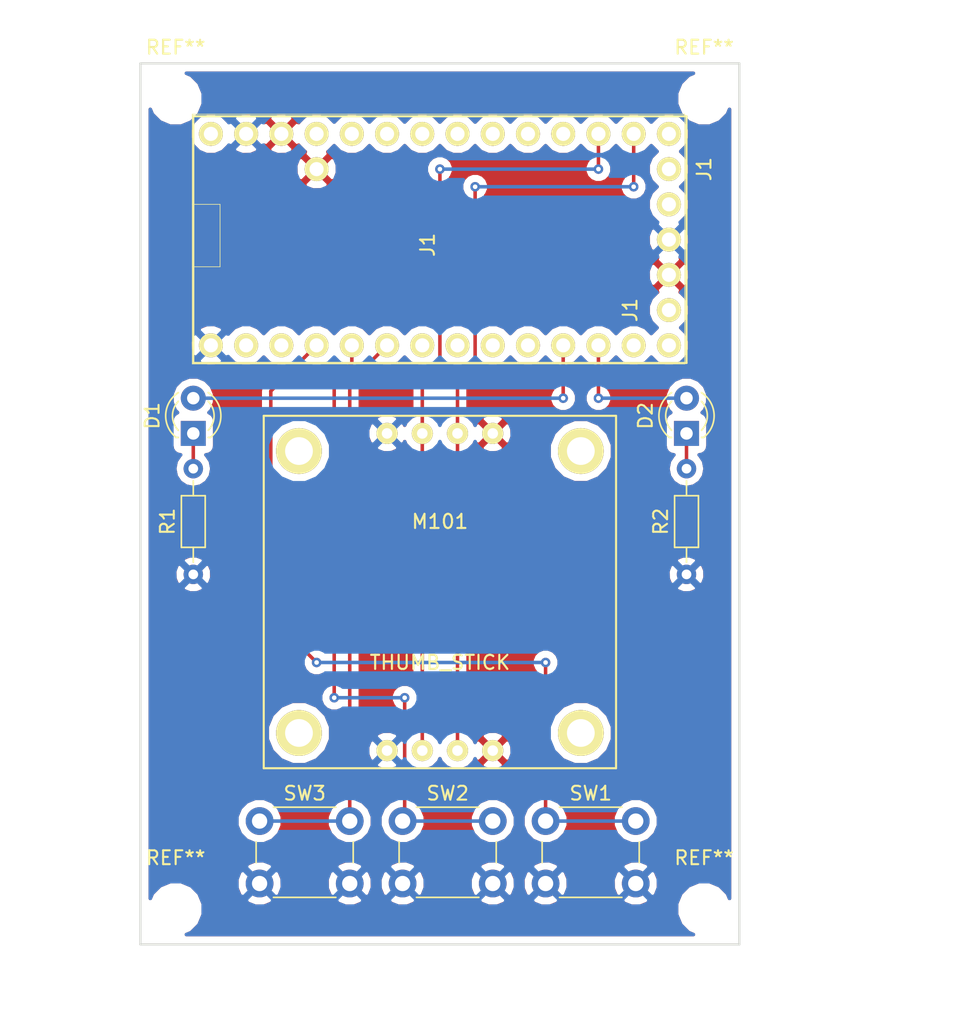
<source format=kicad_pcb>
(kicad_pcb (version 4) (host pcbnew 4.0.7+dfsg1-1ubuntu2)

  (general
    (links 30)
    (no_connects 0)
    (area 44.373799 63.423799 87.706201 127.076201)
    (thickness 1.6)
    (drawings 10)
    (tracks 46)
    (zones 0)
    (modules 13)
    (nets 33)
  )

  (page USLetter)
  (title_block
    (company "Released under the CERN Open Hardware License v1.2")
    (comment 1 "jenner@wickerbox.net - http://wickerbox.net")
    (comment 2 "Designed by Jenner at Wickerbox Electronics")
  )

  (layers
    (0 F.Cu signal)
    (31 B.Cu signal)
    (32 B.Adhes user)
    (33 F.Adhes user)
    (34 B.Paste user)
    (35 F.Paste user)
    (36 B.SilkS user)
    (37 F.SilkS user)
    (38 B.Mask user)
    (39 F.Mask user)
    (40 Dwgs.User user)
    (41 Cmts.User user)
    (44 Edge.Cuts user)
  )

  (setup
    (last_trace_width 0.254)
    (user_trace_width 0.1524)
    (user_trace_width 0.254)
    (user_trace_width 0.3302)
    (user_trace_width 0.508)
    (user_trace_width 0.762)
    (user_trace_width 1.27)
    (trace_clearance 0.254)
    (zone_clearance 0.508)
    (zone_45_only no)
    (trace_min 0.1524)
    (segment_width 0.1524)
    (edge_width 0.1524)
    (via_size 0.6858)
    (via_drill 0.3302)
    (via_min_size 0.6858)
    (via_min_drill 0.3302)
    (user_via 0.6858 0.3302)
    (user_via 0.762 0.4064)
    (user_via 0.8636 0.508)
    (uvia_size 0.6858)
    (uvia_drill 0.3302)
    (uvias_allowed no)
    (uvia_min_size 0)
    (uvia_min_drill 0)
    (pcb_text_width 0.1524)
    (pcb_text_size 1.016 1.016)
    (mod_edge_width 0.1524)
    (mod_text_size 1.016 1.016)
    (mod_text_width 0.1524)
    (pad_size 1.7272 1.7272)
    (pad_drill 1.016)
    (pad_to_mask_clearance 0.0762)
    (solder_mask_min_width 0.1016)
    (pad_to_paste_clearance -0.0762)
    (aux_axis_origin 0 0)
    (visible_elements FFFFF7BF)
    (pcbplotparams
      (layerselection 0x00030_80000001)
      (usegerberextensions true)
      (excludeedgelayer true)
      (linewidth 0.100000)
      (plotframeref false)
      (viasonmask false)
      (mode 1)
      (useauxorigin false)
      (hpglpennumber 1)
      (hpglpenspeed 20)
      (hpglpendiameter 15)
      (hpglpenoverlay 2)
      (psnegative false)
      (psa4output false)
      (plotreference true)
      (plotvalue true)
      (plotinvisibletext false)
      (padsonsilk false)
      (subtractmaskfromsilk false)
      (outputformat 1)
      (mirror false)
      (drillshape 0)
      (scaleselection 1)
      (outputdirectory gerbers))
  )

  (net 0 "")
  (net 1 /D14)
  (net 2 /D15)
  (net 3 GND)
  (net 4 "Net-(D1-Pad1)")
  (net 5 /D9)
  (net 6 "Net-(D2-Pad1)")
  (net 7 /D10)
  (net 8 /D2)
  (net 9 /D3)
  (net 10 /D4)
  (net 11 VBAT)
  (net 12 "Net-(J1-Pad3V1)")
  (net 13 VIN)
  (net 14 "Net-(J1-Pad0)")
  (net 15 "Net-(J1-Pad1)")
  (net 16 "Net-(J1-Pad5)")
  (net 17 "Net-(J1-Pad6)")
  (net 18 "Net-(J1-Pad7)")
  (net 19 "Net-(J1-Pad8)")
  (net 20 "Net-(J1-Pad11)")
  (net 21 "Net-(J1-Pad12)")
  (net 22 "Net-(J1-PadPGM)")
  (net 23 "Net-(J1-PadDAC)")
  (net 24 "Net-(J1-Pad13)")
  (net 25 "Net-(J1-Pad16)")
  (net 26 "Net-(J1-Pad18)")
  (net 27 "Net-(J1-Pad17)")
  (net 28 "Net-(J1-Pad22)")
  (net 29 "Net-(J1-Pad21)")
  (net 30 "Net-(J1-Pad20)")
  (net 31 "Net-(J1-Pad19)")
  (net 32 "Net-(J1-Pad23)")

  (net_class Default "This is the default net class."
    (clearance 0.254)
    (trace_width 0.254)
    (via_dia 0.6858)
    (via_drill 0.3302)
    (uvia_dia 0.6858)
    (uvia_drill 0.3302)
    (add_net /D10)
    (add_net /D14)
    (add_net /D15)
    (add_net /D2)
    (add_net /D3)
    (add_net /D4)
    (add_net /D9)
    (add_net GND)
    (add_net "Net-(D1-Pad1)")
    (add_net "Net-(D2-Pad1)")
    (add_net "Net-(J1-Pad0)")
    (add_net "Net-(J1-Pad1)")
    (add_net "Net-(J1-Pad11)")
    (add_net "Net-(J1-Pad12)")
    (add_net "Net-(J1-Pad13)")
    (add_net "Net-(J1-Pad16)")
    (add_net "Net-(J1-Pad17)")
    (add_net "Net-(J1-Pad18)")
    (add_net "Net-(J1-Pad19)")
    (add_net "Net-(J1-Pad20)")
    (add_net "Net-(J1-Pad21)")
    (add_net "Net-(J1-Pad22)")
    (add_net "Net-(J1-Pad23)")
    (add_net "Net-(J1-Pad3V1)")
    (add_net "Net-(J1-Pad5)")
    (add_net "Net-(J1-Pad6)")
    (add_net "Net-(J1-Pad7)")
    (add_net "Net-(J1-Pad8)")
    (add_net "Net-(J1-PadDAC)")
    (add_net "Net-(J1-PadPGM)")
    (add_net VBAT)
    (add_net VIN)
  )

  (module Wickerlib:TEENSY-3.2-NOSILK (layer F.Cu) (tedit 5E9E4BA4) (tstamp 5993DC96)
    (at 65.278 76.581 90)
    (path /57382FA4)
    (fp_text reference J1 (at 0 -0.127 90) (layer F.SilkS)
      (effects (font (size 1 1) (thickness 0.15)))
    )
    (fp_text value TEENSY3.2-72MHz (at 0.381 14.732 90) (layer F.SilkS) hide
      (effects (font (size 1 1) (thickness 0.15)))
    )
    (fp_text user %R (at -4.699 14.478 90) (layer F.SilkS)
      (effects (font (size 1 1) (thickness 0.15)))
    )
    (fp_line (start 2.921 -15.088) (end 2.921 -17.088) (layer F.SilkS) (width 0.05))
    (fp_line (start -1.579 -15.088) (end 2.921 -15.088) (layer F.SilkS) (width 0.05))
    (fp_line (start -1.579 -17.088) (end -1.579 -15.088) (layer F.SilkS) (width 0.05))
    (fp_line (start -8.579 18.412) (end 9.421 18.412) (layer F.SilkS) (width 0.05))
    (fp_line (start -8.579 -17.088) (end -8.579 18.412) (layer F.SilkS) (width 0.05))
    (fp_line (start 9.421 -17.088) (end -8.579 -17.088) (layer F.SilkS) (width 0.05))
    (fp_line (start 9.421 18.412) (end 9.421 -17.088) (layer F.SilkS) (width 0.05))
    (fp_text user %R (at 5.461 19.812 90) (layer F.SilkS)
      (effects (font (size 1 1) (thickness 0.15)))
    )
    (fp_line (start -8.509 18.542) (end 9.271 18.542) (layer F.SilkS) (width 0.1524))
    (fp_line (start -8.509 -17.018) (end -8.509 18.542) (layer F.SilkS) (width 0.1524))
    (fp_line (start 9.271 -17.018) (end -8.509 -17.018) (layer F.SilkS) (width 0.1524))
    (fp_line (start 9.271 18.542) (end 9.271 -17.018) (layer F.SilkS) (width 0.1524))
    (pad G1 thru_hole circle (at -7.239 -15.748 90) (size 1.7272 1.7272) (drill 1.016) (layers *.Cu *.Mask F.SilkS)
      (net 3 GND))
    (pad 0 thru_hole circle (at -7.239 -13.208 90) (size 1.7272 1.7272) (drill 1.016) (layers *.Cu *.Mask F.SilkS)
      (net 14 "Net-(J1-Pad0)"))
    (pad 1 thru_hole circle (at -7.239 -10.668 90) (size 1.7272 1.7272) (drill 1.016) (layers *.Cu *.Mask F.SilkS)
      (net 15 "Net-(J1-Pad1)"))
    (pad 2 thru_hole circle (at -7.239 -8.128 90) (size 1.7272 1.7272) (drill 1.016) (layers *.Cu *.Mask F.SilkS)
      (net 8 /D2))
    (pad 3 thru_hole circle (at -7.239 -5.588 90) (size 1.7272 1.7272) (drill 1.016) (layers *.Cu *.Mask F.SilkS)
      (net 9 /D3))
    (pad 4 thru_hole circle (at -7.239 -3.048 90) (size 1.7272 1.7272) (drill 1.016) (layers *.Cu *.Mask F.SilkS)
      (net 10 /D4))
    (pad 5 thru_hole circle (at -7.239 -0.508 90) (size 1.7272 1.7272) (drill 1.016) (layers *.Cu *.Mask F.SilkS)
      (net 16 "Net-(J1-Pad5)"))
    (pad 6 thru_hole circle (at -7.239 2.032 90) (size 1.7272 1.7272) (drill 1.016) (layers *.Cu *.Mask F.SilkS)
      (net 17 "Net-(J1-Pad6)"))
    (pad 7 thru_hole circle (at -7.239 4.572 90) (size 1.7272 1.7272) (drill 1.016) (layers *.Cu *.Mask F.SilkS)
      (net 18 "Net-(J1-Pad7)"))
    (pad 8 thru_hole circle (at -7.239 7.112 90) (size 1.7272 1.7272) (drill 1.016) (layers *.Cu *.Mask F.SilkS)
      (net 19 "Net-(J1-Pad8)"))
    (pad 9 thru_hole circle (at -7.239 9.652 90) (size 1.7272 1.7272) (drill 1.016) (layers *.Cu *.Mask F.SilkS)
      (net 5 /D9))
    (pad 10 thru_hole circle (at -7.239 12.192 90) (size 1.7272 1.7272) (drill 1.016) (layers *.Cu *.Mask F.SilkS)
      (net 7 /D10))
    (pad 11 thru_hole circle (at -7.239 14.732 90) (size 1.7272 1.7272) (drill 1.016) (layers *.Cu *.Mask F.SilkS)
      (net 20 "Net-(J1-Pad11)"))
    (pad 12 thru_hole circle (at -7.239 17.272 90) (size 1.7272 1.7272) (drill 1.016) (layers *.Cu *.Mask F.SilkS)
      (net 21 "Net-(J1-Pad12)"))
    (pad VBAT thru_hole circle (at -4.699 17.272 90) (size 1.7272 1.7272) (drill 1.016) (layers *.Cu *.Mask F.SilkS)
      (net 11 VBAT))
    (pad 3V1 thru_hole circle (at -2.159 17.272 90) (size 1.7272 1.7272) (drill 1.016) (layers *.Cu *.Mask F.SilkS)
      (net 12 "Net-(J1-Pad3V1)"))
    (pad G2 thru_hole circle (at 0.381 17.272 90) (size 1.7272 1.7272) (drill 1.016) (layers *.Cu *.Mask F.SilkS)
      (net 3 GND))
    (pad PGM thru_hole circle (at 2.921 17.272 90) (size 1.7272 1.7272) (drill 1.016) (layers *.Cu *.Mask F.SilkS)
      (net 22 "Net-(J1-PadPGM)"))
    (pad DAC thru_hole circle (at 5.461 17.272 90) (size 1.7272 1.7272) (drill 1.016) (layers *.Cu *.Mask F.SilkS)
      (net 23 "Net-(J1-PadDAC)"))
    (pad 13 thru_hole circle (at 8.001 17.272 90) (size 1.7272 1.7272) (drill 1.016) (layers *.Cu *.Mask F.SilkS)
      (net 24 "Net-(J1-Pad13)"))
    (pad 16 thru_hole circle (at 8.001 9.652 90) (size 1.7272 1.7272) (drill 1.016) (layers *.Cu *.Mask F.SilkS)
      (net 25 "Net-(J1-Pad16)"))
    (pad 3V2 thru_hole circle (at 8.001 -10.668 90) (size 1.7272 1.7272) (drill 1.016) (layers *.Cu *.Mask F.SilkS)
      (net 12 "Net-(J1-Pad3V1)"))
    (pad 18 thru_hole circle (at 8.001 4.572 90) (size 1.7272 1.7272) (drill 1.016) (layers *.Cu *.Mask F.SilkS)
      (net 26 "Net-(J1-Pad18)"))
    (pad 17 thru_hole circle (at 8.001 7.112 90) (size 1.7272 1.7272) (drill 1.016) (layers *.Cu *.Mask F.SilkS)
      (net 27 "Net-(J1-Pad17)"))
    (pad AG thru_hole circle (at 8.001 -13.208 90) (size 1.7272 1.7272) (drill 1.016) (layers *.Cu *.Mask F.SilkS)
      (net 3 GND))
    (pad 22 thru_hole circle (at 8.001 -5.588 90) (size 1.7272 1.7272) (drill 1.016) (layers *.Cu *.Mask F.SilkS)
      (net 28 "Net-(J1-Pad22)"))
    (pad VIN thru_hole circle (at 8.001 -15.748 90) (size 1.7272 1.7272) (drill 1.016) (layers *.Cu *.Mask F.SilkS)
      (net 13 VIN))
    (pad 21 thru_hole circle (at 8.001 -3.048 90) (size 1.7272 1.7272) (drill 1.016) (layers *.Cu *.Mask F.SilkS)
      (net 29 "Net-(J1-Pad21)"))
    (pad 20 thru_hole circle (at 8.001 -0.508 90) (size 1.7272 1.7272) (drill 1.016) (layers *.Cu *.Mask F.SilkS)
      (net 30 "Net-(J1-Pad20)"))
    (pad 19 thru_hole circle (at 8.001 2.032 90) (size 1.7272 1.7272) (drill 1.016) (layers *.Cu *.Mask F.SilkS)
      (net 31 "Net-(J1-Pad19)"))
    (pad 23 thru_hole circle (at 8.001 -8.128 90) (size 1.7272 1.7272) (drill 1.016) (layers *.Cu *.Mask F.SilkS)
      (net 32 "Net-(J1-Pad23)"))
    (pad 14 thru_hole circle (at 8.001 14.732 90) (size 1.7272 1.7272) (drill 1.016) (layers *.Cu *.Mask F.SilkS)
      (net 1 /D14))
    (pad 15 thru_hole circle (at 8.001 12.192 90) (size 1.7272 1.7272) (drill 1.016) (layers *.Cu *.Mask F.SilkS)
      (net 2 /D15))
    (pad Aref thru_hole circle (at 5.461 -8.128 90) (size 1.7272 1.7272) (drill 1.016) (layers *.Cu *.Mask F.SilkS)
      (net 12 "Net-(J1-Pad3V1)"))
  )

  (module MiniThumbStickBreakout (layer F.Cu) (tedit 5E9E4371) (tstamp 5E9E4C7D)
    (at 66.04 101.6)
    (path /5E9E2C4F)
    (fp_text reference M101 (at 0 -5.08) (layer F.SilkS)
      (effects (font (size 1.016 1.016) (thickness 0.1524)))
    )
    (fp_text value THUMB_STICK (at 0 5.08) (layer F.SilkS)
      (effects (font (size 1.016 1.016) (thickness 0.1524)))
    )
    (fp_line (start -12.7 -12.7) (end 12.7 -12.7) (layer F.SilkS) (width 0.1524))
    (fp_line (start 12.7 -12.7) (end 12.7 12.7) (layer F.SilkS) (width 0.1524))
    (fp_line (start 12.7 12.7) (end -12.7 12.7) (layer F.SilkS) (width 0.1524))
    (fp_line (start -12.7 12.7) (end -12.7 -12.7) (layer F.SilkS) (width 0.1524))
    (pad 1 thru_hole circle (at 3.81 -11.43) (size 1.524 1.524) (drill 0.762) (layers *.Cu *.Mask F.SilkS)
      (net 12 "Net-(J1-Pad3V1)"))
    (pad 2 thru_hole circle (at 1.27 -11.43) (size 1.524 1.524) (drill 0.762) (layers *.Cu *.Mask F.SilkS)
      (net 1 /D14))
    (pad 3 thru_hole circle (at -1.27 -11.43) (size 1.524 1.524) (drill 0.762) (layers *.Cu *.Mask F.SilkS)
      (net 2 /D15))
    (pad 4 thru_hole circle (at -3.81 -11.43) (size 1.524 1.524) (drill 0.762) (layers *.Cu *.Mask F.SilkS)
      (net 3 GND))
    (pad 1 thru_hole circle (at 3.81 11.43) (size 1.524 1.524) (drill 0.762) (layers *.Cu *.Mask F.SilkS)
      (net 12 "Net-(J1-Pad3V1)"))
    (pad 2 thru_hole circle (at 1.27 11.43) (size 1.524 1.524) (drill 0.762) (layers *.Cu *.Mask F.SilkS)
      (net 1 /D14))
    (pad 3 thru_hole circle (at -1.27 11.43) (size 1.524 1.524) (drill 0.762) (layers *.Cu *.Mask F.SilkS)
      (net 2 /D15))
    (pad 4 thru_hole circle (at -3.81 11.43) (size 1.524 1.524) (drill 0.762) (layers *.Cu *.Mask F.SilkS)
      (net 3 GND))
    (pad "" np_thru_hole circle (at -10.16 10.16) (size 3.302 3.302) (drill 2) (layers *.Cu *.Mask F.SilkS))
    (pad "" np_thru_hole circle (at 10.16 10.16) (size 3.302 3.302) (drill 2) (layers *.Cu *.Mask F.SilkS))
    (pad "" np_thru_hole circle (at 10.16 -10.16) (size 3.302 3.302) (drill 2) (layers *.Cu *.Mask F.SilkS))
    (pad "" np_thru_hole circle (at -10.16 -10.16) (size 3.302 3.302) (drill 2) (layers *.Cu *.Mask F.SilkS))
  )

  (module LEDs:LED_D3.0mm (layer F.Cu) (tedit 587A3A7B) (tstamp 6102B48F)
    (at 48.26 90.17 90)
    (descr "LED, diameter 3.0mm, 2 pins")
    (tags "LED diameter 3.0mm 2 pins")
    (path /6102B3E3)
    (fp_text reference D1 (at 1.27 -2.96 90) (layer F.SilkS)
      (effects (font (size 1 1) (thickness 0.15)))
    )
    (fp_text value LED (at 1.27 2.96 90) (layer F.Fab)
      (effects (font (size 1 1) (thickness 0.15)))
    )
    (fp_arc (start 1.27 0) (end -0.23 -1.16619) (angle 284.3) (layer F.Fab) (width 0.1))
    (fp_arc (start 1.27 0) (end -0.29 -1.235516) (angle 108.8) (layer F.SilkS) (width 0.12))
    (fp_arc (start 1.27 0) (end -0.29 1.235516) (angle -108.8) (layer F.SilkS) (width 0.12))
    (fp_arc (start 1.27 0) (end 0.229039 -1.08) (angle 87.9) (layer F.SilkS) (width 0.12))
    (fp_arc (start 1.27 0) (end 0.229039 1.08) (angle -87.9) (layer F.SilkS) (width 0.12))
    (fp_circle (center 1.27 0) (end 2.77 0) (layer F.Fab) (width 0.1))
    (fp_line (start -0.23 -1.16619) (end -0.23 1.16619) (layer F.Fab) (width 0.1))
    (fp_line (start -0.29 -1.236) (end -0.29 -1.08) (layer F.SilkS) (width 0.12))
    (fp_line (start -0.29 1.08) (end -0.29 1.236) (layer F.SilkS) (width 0.12))
    (fp_line (start -1.15 -2.25) (end -1.15 2.25) (layer F.CrtYd) (width 0.05))
    (fp_line (start -1.15 2.25) (end 3.7 2.25) (layer F.CrtYd) (width 0.05))
    (fp_line (start 3.7 2.25) (end 3.7 -2.25) (layer F.CrtYd) (width 0.05))
    (fp_line (start 3.7 -2.25) (end -1.15 -2.25) (layer F.CrtYd) (width 0.05))
    (pad 1 thru_hole rect (at 0 0 90) (size 1.8 1.8) (drill 0.9) (layers *.Cu *.Mask)
      (net 4 "Net-(D1-Pad1)"))
    (pad 2 thru_hole circle (at 2.54 0 90) (size 1.8 1.8) (drill 0.9) (layers *.Cu *.Mask)
      (net 5 /D9))
    (model ${KISYS3DMOD}/LEDs.3dshapes/LED_D3.0mm.wrl
      (at (xyz 0 0 0))
      (scale (xyz 0.393701 0.393701 0.393701))
      (rotate (xyz 0 0 0))
    )
  )

  (module LEDs:LED_D3.0mm (layer F.Cu) (tedit 587A3A7B) (tstamp 6102B495)
    (at 83.82 90.17 90)
    (descr "LED, diameter 3.0mm, 2 pins")
    (tags "LED diameter 3.0mm 2 pins")
    (path /6102B42E)
    (fp_text reference D2 (at 1.27 -2.96 90) (layer F.SilkS)
      (effects (font (size 1 1) (thickness 0.15)))
    )
    (fp_text value LED (at 1.27 2.96 90) (layer F.Fab)
      (effects (font (size 1 1) (thickness 0.15)))
    )
    (fp_arc (start 1.27 0) (end -0.23 -1.16619) (angle 284.3) (layer F.Fab) (width 0.1))
    (fp_arc (start 1.27 0) (end -0.29 -1.235516) (angle 108.8) (layer F.SilkS) (width 0.12))
    (fp_arc (start 1.27 0) (end -0.29 1.235516) (angle -108.8) (layer F.SilkS) (width 0.12))
    (fp_arc (start 1.27 0) (end 0.229039 -1.08) (angle 87.9) (layer F.SilkS) (width 0.12))
    (fp_arc (start 1.27 0) (end 0.229039 1.08) (angle -87.9) (layer F.SilkS) (width 0.12))
    (fp_circle (center 1.27 0) (end 2.77 0) (layer F.Fab) (width 0.1))
    (fp_line (start -0.23 -1.16619) (end -0.23 1.16619) (layer F.Fab) (width 0.1))
    (fp_line (start -0.29 -1.236) (end -0.29 -1.08) (layer F.SilkS) (width 0.12))
    (fp_line (start -0.29 1.08) (end -0.29 1.236) (layer F.SilkS) (width 0.12))
    (fp_line (start -1.15 -2.25) (end -1.15 2.25) (layer F.CrtYd) (width 0.05))
    (fp_line (start -1.15 2.25) (end 3.7 2.25) (layer F.CrtYd) (width 0.05))
    (fp_line (start 3.7 2.25) (end 3.7 -2.25) (layer F.CrtYd) (width 0.05))
    (fp_line (start 3.7 -2.25) (end -1.15 -2.25) (layer F.CrtYd) (width 0.05))
    (pad 1 thru_hole rect (at 0 0 90) (size 1.8 1.8) (drill 0.9) (layers *.Cu *.Mask)
      (net 6 "Net-(D2-Pad1)"))
    (pad 2 thru_hole circle (at 2.54 0 90) (size 1.8 1.8) (drill 0.9) (layers *.Cu *.Mask)
      (net 7 /D10))
    (model ${KISYS3DMOD}/LEDs.3dshapes/LED_D3.0mm.wrl
      (at (xyz 0 0 0))
      (scale (xyz 0.393701 0.393701 0.393701))
      (rotate (xyz 0 0 0))
    )
  )

  (module Buttons_Switches_THT:SW_PUSH_6mm (layer F.Cu) (tedit 5923F252) (tstamp 6102B4A9)
    (at 73.66 118.11)
    (descr https://www.omron.com/ecb/products/pdf/en-b3f.pdf)
    (tags "tact sw push 6mm")
    (path /6102AF9C)
    (fp_text reference SW1 (at 3.25 -2) (layer F.SilkS)
      (effects (font (size 1 1) (thickness 0.15)))
    )
    (fp_text value SW_Push (at 3.75 6.7) (layer F.Fab)
      (effects (font (size 1 1) (thickness 0.15)))
    )
    (fp_text user %R (at 3.25 2.25) (layer F.Fab)
      (effects (font (size 1 1) (thickness 0.15)))
    )
    (fp_line (start 3.25 -0.75) (end 6.25 -0.75) (layer F.Fab) (width 0.1))
    (fp_line (start 6.25 -0.75) (end 6.25 5.25) (layer F.Fab) (width 0.1))
    (fp_line (start 6.25 5.25) (end 0.25 5.25) (layer F.Fab) (width 0.1))
    (fp_line (start 0.25 5.25) (end 0.25 -0.75) (layer F.Fab) (width 0.1))
    (fp_line (start 0.25 -0.75) (end 3.25 -0.75) (layer F.Fab) (width 0.1))
    (fp_line (start 7.75 6) (end 8 6) (layer F.CrtYd) (width 0.05))
    (fp_line (start 8 6) (end 8 5.75) (layer F.CrtYd) (width 0.05))
    (fp_line (start 7.75 -1.5) (end 8 -1.5) (layer F.CrtYd) (width 0.05))
    (fp_line (start 8 -1.5) (end 8 -1.25) (layer F.CrtYd) (width 0.05))
    (fp_line (start -1.5 -1.25) (end -1.5 -1.5) (layer F.CrtYd) (width 0.05))
    (fp_line (start -1.5 -1.5) (end -1.25 -1.5) (layer F.CrtYd) (width 0.05))
    (fp_line (start -1.5 5.75) (end -1.5 6) (layer F.CrtYd) (width 0.05))
    (fp_line (start -1.5 6) (end -1.25 6) (layer F.CrtYd) (width 0.05))
    (fp_line (start -1.25 -1.5) (end 7.75 -1.5) (layer F.CrtYd) (width 0.05))
    (fp_line (start -1.5 5.75) (end -1.5 -1.25) (layer F.CrtYd) (width 0.05))
    (fp_line (start 7.75 6) (end -1.25 6) (layer F.CrtYd) (width 0.05))
    (fp_line (start 8 -1.25) (end 8 5.75) (layer F.CrtYd) (width 0.05))
    (fp_line (start 1 5.5) (end 5.5 5.5) (layer F.SilkS) (width 0.12))
    (fp_line (start -0.25 1.5) (end -0.25 3) (layer F.SilkS) (width 0.12))
    (fp_line (start 5.5 -1) (end 1 -1) (layer F.SilkS) (width 0.12))
    (fp_line (start 6.75 3) (end 6.75 1.5) (layer F.SilkS) (width 0.12))
    (fp_circle (center 3.25 2.25) (end 1.25 2.5) (layer F.Fab) (width 0.1))
    (pad 2 thru_hole circle (at 0 4.5 90) (size 2 2) (drill 1.1) (layers *.Cu *.Mask)
      (net 3 GND))
    (pad 1 thru_hole circle (at 0 0 90) (size 2 2) (drill 1.1) (layers *.Cu *.Mask)
      (net 8 /D2))
    (pad 2 thru_hole circle (at 6.5 4.5 90) (size 2 2) (drill 1.1) (layers *.Cu *.Mask)
      (net 3 GND))
    (pad 1 thru_hole circle (at 6.5 0 90) (size 2 2) (drill 1.1) (layers *.Cu *.Mask)
      (net 8 /D2))
    (model ${KISYS3DMOD}/Buttons_Switches_THT.3dshapes/SW_PUSH_6mm.wrl
      (at (xyz 0.005 0 0))
      (scale (xyz 0.3937 0.3937 0.3937))
      (rotate (xyz 0 0 0))
    )
  )

  (module Buttons_Switches_THT:SW_PUSH_6mm (layer F.Cu) (tedit 5923F252) (tstamp 6102B4B1)
    (at 63.35 118.11)
    (descr https://www.omron.com/ecb/products/pdf/en-b3f.pdf)
    (tags "tact sw push 6mm")
    (path /6102B013)
    (fp_text reference SW2 (at 3.25 -2) (layer F.SilkS)
      (effects (font (size 1 1) (thickness 0.15)))
    )
    (fp_text value SW_Push (at 3.75 6.7) (layer F.Fab)
      (effects (font (size 1 1) (thickness 0.15)))
    )
    (fp_text user %R (at 3.25 2.25) (layer F.Fab)
      (effects (font (size 1 1) (thickness 0.15)))
    )
    (fp_line (start 3.25 -0.75) (end 6.25 -0.75) (layer F.Fab) (width 0.1))
    (fp_line (start 6.25 -0.75) (end 6.25 5.25) (layer F.Fab) (width 0.1))
    (fp_line (start 6.25 5.25) (end 0.25 5.25) (layer F.Fab) (width 0.1))
    (fp_line (start 0.25 5.25) (end 0.25 -0.75) (layer F.Fab) (width 0.1))
    (fp_line (start 0.25 -0.75) (end 3.25 -0.75) (layer F.Fab) (width 0.1))
    (fp_line (start 7.75 6) (end 8 6) (layer F.CrtYd) (width 0.05))
    (fp_line (start 8 6) (end 8 5.75) (layer F.CrtYd) (width 0.05))
    (fp_line (start 7.75 -1.5) (end 8 -1.5) (layer F.CrtYd) (width 0.05))
    (fp_line (start 8 -1.5) (end 8 -1.25) (layer F.CrtYd) (width 0.05))
    (fp_line (start -1.5 -1.25) (end -1.5 -1.5) (layer F.CrtYd) (width 0.05))
    (fp_line (start -1.5 -1.5) (end -1.25 -1.5) (layer F.CrtYd) (width 0.05))
    (fp_line (start -1.5 5.75) (end -1.5 6) (layer F.CrtYd) (width 0.05))
    (fp_line (start -1.5 6) (end -1.25 6) (layer F.CrtYd) (width 0.05))
    (fp_line (start -1.25 -1.5) (end 7.75 -1.5) (layer F.CrtYd) (width 0.05))
    (fp_line (start -1.5 5.75) (end -1.5 -1.25) (layer F.CrtYd) (width 0.05))
    (fp_line (start 7.75 6) (end -1.25 6) (layer F.CrtYd) (width 0.05))
    (fp_line (start 8 -1.25) (end 8 5.75) (layer F.CrtYd) (width 0.05))
    (fp_line (start 1 5.5) (end 5.5 5.5) (layer F.SilkS) (width 0.12))
    (fp_line (start -0.25 1.5) (end -0.25 3) (layer F.SilkS) (width 0.12))
    (fp_line (start 5.5 -1) (end 1 -1) (layer F.SilkS) (width 0.12))
    (fp_line (start 6.75 3) (end 6.75 1.5) (layer F.SilkS) (width 0.12))
    (fp_circle (center 3.25 2.25) (end 1.25 2.5) (layer F.Fab) (width 0.1))
    (pad 2 thru_hole circle (at 0 4.5 90) (size 2 2) (drill 1.1) (layers *.Cu *.Mask)
      (net 3 GND))
    (pad 1 thru_hole circle (at 0 0 90) (size 2 2) (drill 1.1) (layers *.Cu *.Mask)
      (net 9 /D3))
    (pad 2 thru_hole circle (at 6.5 4.5 90) (size 2 2) (drill 1.1) (layers *.Cu *.Mask)
      (net 3 GND))
    (pad 1 thru_hole circle (at 6.5 0 90) (size 2 2) (drill 1.1) (layers *.Cu *.Mask)
      (net 9 /D3))
    (model ${KISYS3DMOD}/Buttons_Switches_THT.3dshapes/SW_PUSH_6mm.wrl
      (at (xyz 0.005 0 0))
      (scale (xyz 0.3937 0.3937 0.3937))
      (rotate (xyz 0 0 0))
    )
  )

  (module Buttons_Switches_THT:SW_PUSH_6mm (layer F.Cu) (tedit 5923F252) (tstamp 6102B4B9)
    (at 53.04 118.11)
    (descr https://www.omron.com/ecb/products/pdf/en-b3f.pdf)
    (tags "tact sw push 6mm")
    (path /6102B054)
    (fp_text reference SW3 (at 3.25 -2) (layer F.SilkS)
      (effects (font (size 1 1) (thickness 0.15)))
    )
    (fp_text value SW_Push (at 3.75 6.7) (layer F.Fab)
      (effects (font (size 1 1) (thickness 0.15)))
    )
    (fp_text user %R (at 3.25 2.25) (layer F.Fab)
      (effects (font (size 1 1) (thickness 0.15)))
    )
    (fp_line (start 3.25 -0.75) (end 6.25 -0.75) (layer F.Fab) (width 0.1))
    (fp_line (start 6.25 -0.75) (end 6.25 5.25) (layer F.Fab) (width 0.1))
    (fp_line (start 6.25 5.25) (end 0.25 5.25) (layer F.Fab) (width 0.1))
    (fp_line (start 0.25 5.25) (end 0.25 -0.75) (layer F.Fab) (width 0.1))
    (fp_line (start 0.25 -0.75) (end 3.25 -0.75) (layer F.Fab) (width 0.1))
    (fp_line (start 7.75 6) (end 8 6) (layer F.CrtYd) (width 0.05))
    (fp_line (start 8 6) (end 8 5.75) (layer F.CrtYd) (width 0.05))
    (fp_line (start 7.75 -1.5) (end 8 -1.5) (layer F.CrtYd) (width 0.05))
    (fp_line (start 8 -1.5) (end 8 -1.25) (layer F.CrtYd) (width 0.05))
    (fp_line (start -1.5 -1.25) (end -1.5 -1.5) (layer F.CrtYd) (width 0.05))
    (fp_line (start -1.5 -1.5) (end -1.25 -1.5) (layer F.CrtYd) (width 0.05))
    (fp_line (start -1.5 5.75) (end -1.5 6) (layer F.CrtYd) (width 0.05))
    (fp_line (start -1.5 6) (end -1.25 6) (layer F.CrtYd) (width 0.05))
    (fp_line (start -1.25 -1.5) (end 7.75 -1.5) (layer F.CrtYd) (width 0.05))
    (fp_line (start -1.5 5.75) (end -1.5 -1.25) (layer F.CrtYd) (width 0.05))
    (fp_line (start 7.75 6) (end -1.25 6) (layer F.CrtYd) (width 0.05))
    (fp_line (start 8 -1.25) (end 8 5.75) (layer F.CrtYd) (width 0.05))
    (fp_line (start 1 5.5) (end 5.5 5.5) (layer F.SilkS) (width 0.12))
    (fp_line (start -0.25 1.5) (end -0.25 3) (layer F.SilkS) (width 0.12))
    (fp_line (start 5.5 -1) (end 1 -1) (layer F.SilkS) (width 0.12))
    (fp_line (start 6.75 3) (end 6.75 1.5) (layer F.SilkS) (width 0.12))
    (fp_circle (center 3.25 2.25) (end 1.25 2.5) (layer F.Fab) (width 0.1))
    (pad 2 thru_hole circle (at 0 4.5 90) (size 2 2) (drill 1.1) (layers *.Cu *.Mask)
      (net 3 GND))
    (pad 1 thru_hole circle (at 0 0 90) (size 2 2) (drill 1.1) (layers *.Cu *.Mask)
      (net 10 /D4))
    (pad 2 thru_hole circle (at 6.5 4.5 90) (size 2 2) (drill 1.1) (layers *.Cu *.Mask)
      (net 3 GND))
    (pad 1 thru_hole circle (at 6.5 0 90) (size 2 2) (drill 1.1) (layers *.Cu *.Mask)
      (net 10 /D4))
    (model ${KISYS3DMOD}/Buttons_Switches_THT.3dshapes/SW_PUSH_6mm.wrl
      (at (xyz 0.005 0 0))
      (scale (xyz 0.3937 0.3937 0.3937))
      (rotate (xyz 0 0 0))
    )
  )

  (module Mounting_Holes:MountingHole_2.7mm (layer F.Cu) (tedit 56D1B4CB) (tstamp 6102B9D6)
    (at 46.99 66.04)
    (descr "Mounting Hole 2.7mm, no annular")
    (tags "mounting hole 2.7mm no annular")
    (fp_text reference REF** (at 0 -3.7) (layer F.SilkS)
      (effects (font (size 1 1) (thickness 0.15)))
    )
    (fp_text value MountingHole_2.7mm (at 0 3.7) (layer F.Fab)
      (effects (font (size 1 1) (thickness 0.15)))
    )
    (fp_circle (center 0 0) (end 2.7 0) (layer Cmts.User) (width 0.15))
    (fp_circle (center 0 0) (end 2.95 0) (layer F.CrtYd) (width 0.05))
    (pad 1 np_thru_hole circle (at 0 0) (size 2.7 2.7) (drill 2.7) (layers *.Cu *.Mask))
  )

  (module Mounting_Holes:MountingHole_2.7mm (layer F.Cu) (tedit 56D1B4CB) (tstamp 6102B9E0)
    (at 85.09 66.04)
    (descr "Mounting Hole 2.7mm, no annular")
    (tags "mounting hole 2.7mm no annular")
    (fp_text reference REF** (at 0 -3.7) (layer F.SilkS)
      (effects (font (size 1 1) (thickness 0.15)))
    )
    (fp_text value MountingHole_2.7mm (at 0 3.7) (layer F.Fab)
      (effects (font (size 1 1) (thickness 0.15)))
    )
    (fp_circle (center 0 0) (end 2.7 0) (layer Cmts.User) (width 0.15))
    (fp_circle (center 0 0) (end 2.95 0) (layer F.CrtYd) (width 0.05))
    (pad 1 np_thru_hole circle (at 0 0) (size 2.7 2.7) (drill 2.7) (layers *.Cu *.Mask))
  )

  (module Mounting_Holes:MountingHole_2.7mm (layer F.Cu) (tedit 56D1B4CB) (tstamp 6102B9EC)
    (at 46.99 124.46)
    (descr "Mounting Hole 2.7mm, no annular")
    (tags "mounting hole 2.7mm no annular")
    (fp_text reference REF** (at 0 -3.7) (layer F.SilkS)
      (effects (font (size 1 1) (thickness 0.15)))
    )
    (fp_text value MountingHole_2.7mm (at 0 3.7) (layer F.Fab)
      (effects (font (size 1 1) (thickness 0.15)))
    )
    (fp_circle (center 0 0) (end 2.7 0) (layer Cmts.User) (width 0.15))
    (fp_circle (center 0 0) (end 2.95 0) (layer F.CrtYd) (width 0.05))
    (pad 1 np_thru_hole circle (at 0 0) (size 2.7 2.7) (drill 2.7) (layers *.Cu *.Mask))
  )

  (module Mounting_Holes:MountingHole_2.7mm (layer F.Cu) (tedit 56D1B4CB) (tstamp 6102B9F1)
    (at 85.09 124.46)
    (descr "Mounting Hole 2.7mm, no annular")
    (tags "mounting hole 2.7mm no annular")
    (fp_text reference REF** (at 0 -3.7) (layer F.SilkS)
      (effects (font (size 1 1) (thickness 0.15)))
    )
    (fp_text value MountingHole_2.7mm (at 0 3.7) (layer F.Fab)
      (effects (font (size 1 1) (thickness 0.15)))
    )
    (fp_circle (center 0 0) (end 2.7 0) (layer Cmts.User) (width 0.15))
    (fp_circle (center 0 0) (end 2.95 0) (layer F.CrtYd) (width 0.05))
    (pad 1 np_thru_hole circle (at 0 0) (size 2.7 2.7) (drill 2.7) (layers *.Cu *.Mask))
  )

  (module Resistors_THT:R_Axial_DIN0204_L3.6mm_D1.6mm_P7.62mm_Horizontal (layer F.Cu) (tedit 5874F706) (tstamp 61047C32)
    (at 48.26 100.33 90)
    (descr "Resistor, Axial_DIN0204 series, Axial, Horizontal, pin pitch=7.62mm, 0.16666666666666666W = 1/6W, length*diameter=3.6*1.6mm^2, http://cdn-reichelt.de/documents/datenblatt/B400/1_4W%23YAG.pdf")
    (tags "Resistor Axial_DIN0204 series Axial Horizontal pin pitch 7.62mm 0.16666666666666666W = 1/6W length 3.6mm diameter 1.6mm")
    (path /6102B57E)
    (fp_text reference R1 (at 3.81 -1.86 90) (layer F.SilkS)
      (effects (font (size 1 1) (thickness 0.15)))
    )
    (fp_text value R (at 3.81 1.86 90) (layer F.Fab)
      (effects (font (size 1 1) (thickness 0.15)))
    )
    (fp_line (start 2.01 -0.8) (end 2.01 0.8) (layer F.Fab) (width 0.1))
    (fp_line (start 2.01 0.8) (end 5.61 0.8) (layer F.Fab) (width 0.1))
    (fp_line (start 5.61 0.8) (end 5.61 -0.8) (layer F.Fab) (width 0.1))
    (fp_line (start 5.61 -0.8) (end 2.01 -0.8) (layer F.Fab) (width 0.1))
    (fp_line (start 0 0) (end 2.01 0) (layer F.Fab) (width 0.1))
    (fp_line (start 7.62 0) (end 5.61 0) (layer F.Fab) (width 0.1))
    (fp_line (start 1.95 -0.86) (end 1.95 0.86) (layer F.SilkS) (width 0.12))
    (fp_line (start 1.95 0.86) (end 5.67 0.86) (layer F.SilkS) (width 0.12))
    (fp_line (start 5.67 0.86) (end 5.67 -0.86) (layer F.SilkS) (width 0.12))
    (fp_line (start 5.67 -0.86) (end 1.95 -0.86) (layer F.SilkS) (width 0.12))
    (fp_line (start 0.88 0) (end 1.95 0) (layer F.SilkS) (width 0.12))
    (fp_line (start 6.74 0) (end 5.67 0) (layer F.SilkS) (width 0.12))
    (fp_line (start -0.95 -1.15) (end -0.95 1.15) (layer F.CrtYd) (width 0.05))
    (fp_line (start -0.95 1.15) (end 8.6 1.15) (layer F.CrtYd) (width 0.05))
    (fp_line (start 8.6 1.15) (end 8.6 -1.15) (layer F.CrtYd) (width 0.05))
    (fp_line (start 8.6 -1.15) (end -0.95 -1.15) (layer F.CrtYd) (width 0.05))
    (pad 1 thru_hole circle (at 0 0 90) (size 1.4 1.4) (drill 0.7) (layers *.Cu *.Mask)
      (net 3 GND))
    (pad 2 thru_hole oval (at 7.62 0 90) (size 1.4 1.4) (drill 0.7) (layers *.Cu *.Mask)
      (net 4 "Net-(D1-Pad1)"))
    (model ${KISYS3DMOD}/Resistors_THT.3dshapes/R_Axial_DIN0204_L3.6mm_D1.6mm_P7.62mm_Horizontal.wrl
      (at (xyz 0 0 0))
      (scale (xyz 0.393701 0.393701 0.393701))
      (rotate (xyz 0 0 0))
    )
  )

  (module Resistors_THT:R_Axial_DIN0204_L3.6mm_D1.6mm_P7.62mm_Horizontal (layer F.Cu) (tedit 5874F706) (tstamp 61047C38)
    (at 83.82 100.33 90)
    (descr "Resistor, Axial_DIN0204 series, Axial, Horizontal, pin pitch=7.62mm, 0.16666666666666666W = 1/6W, length*diameter=3.6*1.6mm^2, http://cdn-reichelt.de/documents/datenblatt/B400/1_4W%23YAG.pdf")
    (tags "Resistor Axial_DIN0204 series Axial Horizontal pin pitch 7.62mm 0.16666666666666666W = 1/6W length 3.6mm diameter 1.6mm")
    (path /6102B5F1)
    (fp_text reference R2 (at 3.81 -1.86 90) (layer F.SilkS)
      (effects (font (size 1 1) (thickness 0.15)))
    )
    (fp_text value R (at 3.81 1.86 90) (layer F.Fab)
      (effects (font (size 1 1) (thickness 0.15)))
    )
    (fp_line (start 2.01 -0.8) (end 2.01 0.8) (layer F.Fab) (width 0.1))
    (fp_line (start 2.01 0.8) (end 5.61 0.8) (layer F.Fab) (width 0.1))
    (fp_line (start 5.61 0.8) (end 5.61 -0.8) (layer F.Fab) (width 0.1))
    (fp_line (start 5.61 -0.8) (end 2.01 -0.8) (layer F.Fab) (width 0.1))
    (fp_line (start 0 0) (end 2.01 0) (layer F.Fab) (width 0.1))
    (fp_line (start 7.62 0) (end 5.61 0) (layer F.Fab) (width 0.1))
    (fp_line (start 1.95 -0.86) (end 1.95 0.86) (layer F.SilkS) (width 0.12))
    (fp_line (start 1.95 0.86) (end 5.67 0.86) (layer F.SilkS) (width 0.12))
    (fp_line (start 5.67 0.86) (end 5.67 -0.86) (layer F.SilkS) (width 0.12))
    (fp_line (start 5.67 -0.86) (end 1.95 -0.86) (layer F.SilkS) (width 0.12))
    (fp_line (start 0.88 0) (end 1.95 0) (layer F.SilkS) (width 0.12))
    (fp_line (start 6.74 0) (end 5.67 0) (layer F.SilkS) (width 0.12))
    (fp_line (start -0.95 -1.15) (end -0.95 1.15) (layer F.CrtYd) (width 0.05))
    (fp_line (start -0.95 1.15) (end 8.6 1.15) (layer F.CrtYd) (width 0.05))
    (fp_line (start 8.6 1.15) (end 8.6 -1.15) (layer F.CrtYd) (width 0.05))
    (fp_line (start 8.6 -1.15) (end -0.95 -1.15) (layer F.CrtYd) (width 0.05))
    (pad 1 thru_hole circle (at 0 0 90) (size 1.4 1.4) (drill 0.7) (layers *.Cu *.Mask)
      (net 3 GND))
    (pad 2 thru_hole oval (at 7.62 0 90) (size 1.4 1.4) (drill 0.7) (layers *.Cu *.Mask)
      (net 6 "Net-(D2-Pad1)"))
    (model ${KISYS3DMOD}/Resistors_THT.3dshapes/R_Axial_DIN0204_L3.6mm_D1.6mm_P7.62mm_Horizontal.wrl
      (at (xyz 0 0 0))
      (scale (xyz 0.393701 0.393701 0.393701))
      (rotate (xyz 0 0 0))
    )
  )

  (dimension 58.42 (width 0.1524) (layer Cmts.User)
    (gr_text "58.420 mm" (at 38.5572 95.25 270) (layer Cmts.User)
      (effects (font (size 1.016 1.016) (thickness 0.1524)))
    )
    (feature1 (pts (xy 46.99 124.46) (xy 37.7444 124.46)))
    (feature2 (pts (xy 46.99 66.04) (xy 37.7444 66.04)))
    (crossbar (pts (xy 39.37 66.04) (xy 39.37 124.46)))
    (arrow1a (pts (xy 39.37 124.46) (xy 38.783579 123.333496)))
    (arrow1b (pts (xy 39.37 124.46) (xy 39.956421 123.333496)))
    (arrow2a (pts (xy 39.37 66.04) (xy 38.783579 67.166504)))
    (arrow2b (pts (xy 39.37 66.04) (xy 39.956421 67.166504)))
  )
  (dimension 38.1 (width 0.1524) (layer Cmts.User)
    (gr_text "38.100 mm" (at 66.04 60.1472) (layer Cmts.User)
      (effects (font (size 1.016 1.016) (thickness 0.1524)))
    )
    (feature1 (pts (xy 85.09 66.04) (xy 85.09 59.3344)))
    (feature2 (pts (xy 46.99 66.04) (xy 46.99 59.3344)))
    (crossbar (pts (xy 46.99 60.96) (xy 85.09 60.96)))
    (arrow1a (pts (xy 85.09 60.96) (xy 83.963496 61.546421)))
    (arrow1b (pts (xy 85.09 60.96) (xy 83.963496 60.373579)))
    (arrow2a (pts (xy 46.99 60.96) (xy 48.116504 61.546421)))
    (arrow2b (pts (xy 46.99 60.96) (xy 48.116504 60.373579)))
  )
  (dimension 2.54 (width 0.1524) (layer Cmts.User)
    (gr_text "2.540 mm" (at 39.8272 64.77 90) (layer Cmts.User)
      (effects (font (size 1.016 1.016) (thickness 0.1524)))
    )
    (feature1 (pts (xy 46.99 63.5) (xy 39.0144 63.5)))
    (feature2 (pts (xy 46.99 66.04) (xy 39.0144 66.04)))
    (crossbar (pts (xy 40.64 66.04) (xy 40.64 63.5)))
    (arrow1a (pts (xy 40.64 63.5) (xy 41.226421 64.626504)))
    (arrow1b (pts (xy 40.64 63.5) (xy 40.053579 64.626504)))
    (arrow2a (pts (xy 40.64 66.04) (xy 41.226421 64.913496)))
    (arrow2b (pts (xy 40.64 66.04) (xy 40.053579 64.913496)))
  )
  (dimension 2.54 (width 0.1524) (layer Cmts.User)
    (gr_text "2.540 mm" (at 45.72 60.1472) (layer Cmts.User)
      (effects (font (size 1.016 1.016) (thickness 0.1524)))
    )
    (feature1 (pts (xy 44.45 66.04) (xy 44.45 59.3344)))
    (feature2 (pts (xy 46.99 66.04) (xy 46.99 59.3344)))
    (crossbar (pts (xy 46.99 60.96) (xy 44.45 60.96)))
    (arrow1a (pts (xy 44.45 60.96) (xy 45.576504 60.373579)))
    (arrow1b (pts (xy 44.45 60.96) (xy 45.576504 61.546421)))
    (arrow2a (pts (xy 46.99 60.96) (xy 45.863496 60.373579)))
    (arrow2b (pts (xy 46.99 60.96) (xy 45.863496 61.546421)))
  )
  (dimension 43.18 (width 0.1524) (layer Cmts.User)
    (gr_text "43.180 mm" (at 66.04 132.8928) (layer Cmts.User)
      (effects (font (size 1.016 1.016) (thickness 0.1524)))
    )
    (feature1 (pts (xy 87.63 127) (xy 87.63 133.7056)))
    (feature2 (pts (xy 44.45 127) (xy 44.45 133.7056)))
    (crossbar (pts (xy 44.45 132.08) (xy 87.63 132.08)))
    (arrow1a (pts (xy 87.63 132.08) (xy 86.503496 132.666421)))
    (arrow1b (pts (xy 87.63 132.08) (xy 86.503496 131.493579)))
    (arrow2a (pts (xy 44.45 132.08) (xy 45.576504 132.666421)))
    (arrow2b (pts (xy 44.45 132.08) (xy 45.576504 131.493579)))
  )
  (dimension 63.5 (width 0.1524) (layer Cmts.User)
    (gr_text "63.500 mm" (at 101.1428 95.25 270) (layer Cmts.User)
      (effects (font (size 1.016 1.016) (thickness 0.1524)))
    )
    (feature1 (pts (xy 87.63 127) (xy 101.9556 127)))
    (feature2 (pts (xy 87.63 63.5) (xy 101.9556 63.5)))
    (crossbar (pts (xy 100.33 63.5) (xy 100.33 127)))
    (arrow1a (pts (xy 100.33 127) (xy 99.743579 125.873496)))
    (arrow1b (pts (xy 100.33 127) (xy 100.916421 125.873496)))
    (arrow2a (pts (xy 100.33 63.5) (xy 99.743579 64.626504)))
    (arrow2b (pts (xy 100.33 63.5) (xy 100.916421 64.626504)))
  )
  (gr_line (start 44.45 63.5) (end 44.45 127) (layer Edge.Cuts) (width 0.1524))
  (gr_line (start 87.63 127) (end 87.63 63.5) (layer Edge.Cuts) (width 0.1524))
  (gr_line (start 44.45 127) (end 87.63 127) (layer Edge.Cuts) (width 0.1524))
  (gr_line (start 44.45 63.5) (end 87.63 63.5) (layer Edge.Cuts) (width 0.1524))

  (segment (start 67.31 90.17) (end 67.31 113.03) (width 0.254) (layer F.Cu) (net 1))
  (segment (start 80.01 72.39) (end 80.01 68.58) (width 0.254) (layer F.Cu) (net 1))
  (segment (start 68.58 72.39) (end 80.01 72.39) (width 0.254) (layer B.Cu) (net 1))
  (via (at 80.01 72.39) (size 0.6858) (drill 0.3302) (layers F.Cu B.Cu) (net 1))
  (segment (start 67.31 86.36) (end 68.58 85.09) (width 0.254) (layer F.Cu) (net 1))
  (segment (start 68.58 85.09) (end 68.58 72.39) (width 0.254) (layer F.Cu) (net 1))
  (via (at 68.58 72.39) (size 0.6858) (drill 0.3302) (layers F.Cu B.Cu) (net 1))
  (segment (start 67.31 90.17) (end 67.31 86.36) (width 0.254) (layer F.Cu) (net 1))
  (segment (start 64.77 113.03) (end 64.77 90.17) (width 0.254) (layer F.Cu) (net 2))
  (segment (start 77.47 71.12) (end 77.47 68.58) (width 0.254) (layer F.Cu) (net 2))
  (segment (start 66.04 71.12) (end 77.47 71.12) (width 0.254) (layer B.Cu) (net 2))
  (via (at 77.47 71.12) (size 0.6858) (drill 0.3302) (layers F.Cu B.Cu) (net 2))
  (segment (start 64.77 86.36) (end 66.04 85.09) (width 0.254) (layer F.Cu) (net 2))
  (segment (start 66.04 85.09) (end 66.04 71.12) (width 0.254) (layer F.Cu) (net 2))
  (via (at 66.04 71.12) (size 0.6858) (drill 0.3302) (layers F.Cu B.Cu) (net 2))
  (segment (start 64.77 90.17) (end 64.77 86.36) (width 0.254) (layer F.Cu) (net 2))
  (segment (start 48.26 90.17) (end 48.26 92.71) (width 0.254) (layer F.Cu) (net 4))
  (segment (start 74.93 87.63) (end 74.93 84.51799) (width 0.254) (layer F.Cu) (net 5))
  (segment (start 74.93 84.51799) (end 74.93 83.82) (width 0.254) (layer F.Cu) (net 5))
  (segment (start 48.26 87.63) (end 74.93 87.63) (width 0.254) (layer B.Cu) (net 5))
  (via (at 74.93 87.63) (size 0.6858) (drill 0.3302) (layers F.Cu B.Cu) (net 5))
  (segment (start 83.82 90.17) (end 83.82 92.71) (width 0.254) (layer F.Cu) (net 6))
  (segment (start 77.47 87.63) (end 83.82 87.63) (width 0.254) (layer B.Cu) (net 7))
  (segment (start 77.47 83.82) (end 77.47 87.63) (width 0.254) (layer F.Cu) (net 7))
  (via (at 77.47 87.63) (size 0.6858) (drill 0.3302) (layers F.Cu B.Cu) (net 7))
  (segment (start 57.15 106.68) (end 53.847999 103.377999) (width 0.254) (layer F.Cu) (net 8))
  (segment (start 53.847999 103.377999) (end 53.847999 87.122001) (width 0.254) (layer F.Cu) (net 8))
  (segment (start 53.847999 87.122001) (end 56.286401 84.683599) (width 0.254) (layer F.Cu) (net 8))
  (segment (start 56.286401 84.683599) (end 57.15 83.82) (width 0.254) (layer F.Cu) (net 8))
  (segment (start 73.66 106.68) (end 57.15 106.68) (width 0.254) (layer B.Cu) (net 8))
  (via (at 57.15 106.68) (size 0.6858) (drill 0.3302) (layers F.Cu B.Cu) (net 8))
  (segment (start 73.66 118.11) (end 73.66 106.68) (width 0.254) (layer F.Cu) (net 8))
  (via (at 73.66 106.68) (size 0.6858) (drill 0.3302) (layers F.Cu B.Cu) (net 8))
  (segment (start 73.66 118.11) (end 80.16 118.11) (width 0.254) (layer B.Cu) (net 8))
  (segment (start 63.5 109.22) (end 63.5 117.96) (width 0.254) (layer F.Cu) (net 9))
  (segment (start 63.5 117.96) (end 63.35 118.11) (width 0.254) (layer F.Cu) (net 9))
  (segment (start 58.42 109.22) (end 63.5 109.22) (width 0.254) (layer B.Cu) (net 9))
  (via (at 63.5 109.22) (size 0.6858) (drill 0.3302) (layers F.Cu B.Cu) (net 9))
  (segment (start 59.69 85.09) (end 58.42 86.36) (width 0.254) (layer F.Cu) (net 9))
  (via (at 58.42 109.22) (size 0.6858) (drill 0.3302) (layers F.Cu B.Cu) (net 9))
  (segment (start 58.42 86.36) (end 58.42 109.22) (width 0.254) (layer F.Cu) (net 9))
  (segment (start 59.69 83.82) (end 59.69 85.09) (width 0.254) (layer F.Cu) (net 9))
  (segment (start 63.35 118.11) (end 69.85 118.11) (width 0.254) (layer B.Cu) (net 9))
  (segment (start 59.54 118.11) (end 59.54 86.51) (width 0.254) (layer F.Cu) (net 10))
  (segment (start 59.54 86.51) (end 62.23 83.82) (width 0.254) (layer F.Cu) (net 10))
  (segment (start 53.04 118.11) (end 59.54 118.11) (width 0.254) (layer B.Cu) (net 10))

  (zone (net 12) (net_name "Net-(J1-Pad3V1)") (layer F.Cu) (tstamp 0) (hatch edge 0.508)
    (connect_pads (clearance 0.508))
    (min_thickness 0.254)
    (fill yes (arc_segments 16) (thermal_gap 0.508) (thermal_bridge_width 0.508))
    (polygon
      (pts
        (xy 44.45 63.5) (xy 87.63 63.5) (xy 87.63 127) (xy 44.45 127)
      )
    )
    (filled_polygon
      (pts
        (xy 83.967057 64.356218) (xy 83.408181 64.91412) (xy 83.105346 65.643427) (xy 83.104657 66.433109) (xy 83.406218 67.162943)
        (xy 83.96412 67.721819) (xy 84.693427 68.024654) (xy 85.483109 68.025343) (xy 86.212943 67.723782) (xy 86.771819 67.16588)
        (xy 86.9188 66.811911) (xy 86.9188 123.688028) (xy 86.773782 123.337057) (xy 86.21588 122.778181) (xy 85.486573 122.475346)
        (xy 84.696891 122.474657) (xy 83.967057 122.776218) (xy 83.408181 123.33412) (xy 83.105346 124.063427) (xy 83.104657 124.853109)
        (xy 83.406218 125.582943) (xy 83.96412 126.141819) (xy 84.318089 126.2888) (xy 47.761972 126.2888) (xy 48.112943 126.143782)
        (xy 48.671819 125.58588) (xy 48.974654 124.856573) (xy 48.975343 124.066891) (xy 48.673782 123.337057) (xy 48.271223 122.933795)
        (xy 51.404716 122.933795) (xy 51.653106 123.534943) (xy 52.112637 123.995278) (xy 52.713352 124.244716) (xy 53.363795 124.245284)
        (xy 53.964943 123.996894) (xy 54.425278 123.537363) (xy 54.674716 122.936648) (xy 54.674718 122.933795) (xy 57.904716 122.933795)
        (xy 58.153106 123.534943) (xy 58.612637 123.995278) (xy 59.213352 124.244716) (xy 59.863795 124.245284) (xy 60.464943 123.996894)
        (xy 60.925278 123.537363) (xy 61.174716 122.936648) (xy 61.174718 122.933795) (xy 61.714716 122.933795) (xy 61.963106 123.534943)
        (xy 62.422637 123.995278) (xy 63.023352 124.244716) (xy 63.673795 124.245284) (xy 64.274943 123.996894) (xy 64.735278 123.537363)
        (xy 64.984716 122.936648) (xy 64.984718 122.933795) (xy 68.214716 122.933795) (xy 68.463106 123.534943) (xy 68.922637 123.995278)
        (xy 69.523352 124.244716) (xy 70.173795 124.245284) (xy 70.774943 123.996894) (xy 71.235278 123.537363) (xy 71.484716 122.936648)
        (xy 71.484718 122.933795) (xy 72.024716 122.933795) (xy 72.273106 123.534943) (xy 72.732637 123.995278) (xy 73.333352 124.244716)
        (xy 73.983795 124.245284) (xy 74.584943 123.996894) (xy 75.045278 123.537363) (xy 75.294716 122.936648) (xy 75.294718 122.933795)
        (xy 78.524716 122.933795) (xy 78.773106 123.534943) (xy 79.232637 123.995278) (xy 79.833352 124.244716) (xy 80.483795 124.245284)
        (xy 81.084943 123.996894) (xy 81.545278 123.537363) (xy 81.794716 122.936648) (xy 81.795284 122.286205) (xy 81.546894 121.685057)
        (xy 81.087363 121.224722) (xy 80.486648 120.975284) (xy 79.836205 120.974716) (xy 79.235057 121.223106) (xy 78.774722 121.682637)
        (xy 78.525284 122.283352) (xy 78.524716 122.933795) (xy 75.294718 122.933795) (xy 75.295284 122.286205) (xy 75.046894 121.685057)
        (xy 74.587363 121.224722) (xy 73.986648 120.975284) (xy 73.336205 120.974716) (xy 72.735057 121.223106) (xy 72.274722 121.682637)
        (xy 72.025284 122.283352) (xy 72.024716 122.933795) (xy 71.484718 122.933795) (xy 71.485284 122.286205) (xy 71.236894 121.685057)
        (xy 70.777363 121.224722) (xy 70.176648 120.975284) (xy 69.526205 120.974716) (xy 68.925057 121.223106) (xy 68.464722 121.682637)
        (xy 68.215284 122.283352) (xy 68.214716 122.933795) (xy 64.984718 122.933795) (xy 64.985284 122.286205) (xy 64.736894 121.685057)
        (xy 64.277363 121.224722) (xy 63.676648 120.975284) (xy 63.026205 120.974716) (xy 62.425057 121.223106) (xy 61.964722 121.682637)
        (xy 61.715284 122.283352) (xy 61.714716 122.933795) (xy 61.174718 122.933795) (xy 61.175284 122.286205) (xy 60.926894 121.685057)
        (xy 60.467363 121.224722) (xy 59.866648 120.975284) (xy 59.216205 120.974716) (xy 58.615057 121.223106) (xy 58.154722 121.682637)
        (xy 57.905284 122.283352) (xy 57.904716 122.933795) (xy 54.674718 122.933795) (xy 54.675284 122.286205) (xy 54.426894 121.685057)
        (xy 53.967363 121.224722) (xy 53.366648 120.975284) (xy 52.716205 120.974716) (xy 52.115057 121.223106) (xy 51.654722 121.682637)
        (xy 51.405284 122.283352) (xy 51.404716 122.933795) (xy 48.271223 122.933795) (xy 48.11588 122.778181) (xy 47.386573 122.475346)
        (xy 46.596891 122.474657) (xy 45.867057 122.776218) (xy 45.308181 123.33412) (xy 45.1612 123.688089) (xy 45.1612 118.433795)
        (xy 51.404716 118.433795) (xy 51.653106 119.034943) (xy 52.112637 119.495278) (xy 52.713352 119.744716) (xy 53.363795 119.745284)
        (xy 53.964943 119.496894) (xy 54.425278 119.037363) (xy 54.674716 118.436648) (xy 54.675284 117.786205) (xy 54.426894 117.185057)
        (xy 53.967363 116.724722) (xy 53.366648 116.475284) (xy 52.716205 116.474716) (xy 52.115057 116.723106) (xy 51.654722 117.182637)
        (xy 51.405284 117.783352) (xy 51.404716 118.433795) (xy 45.1612 118.433795) (xy 45.1612 112.212719) (xy 53.593604 112.212719)
        (xy 53.940894 113.053223) (xy 54.583395 113.696846) (xy 55.423292 114.045602) (xy 56.332719 114.046396) (xy 57.173223 113.699106)
        (xy 57.816846 113.056605) (xy 58.165602 112.216708) (xy 58.166396 111.307281) (xy 57.819106 110.466777) (xy 57.176605 109.823154)
        (xy 56.336708 109.474398) (xy 55.427281 109.473604) (xy 54.586777 109.820894) (xy 53.943154 110.463395) (xy 53.594398 111.303292)
        (xy 53.593604 112.212719) (xy 45.1612 112.212719) (xy 45.1612 100.594383) (xy 46.924769 100.594383) (xy 47.127582 101.085229)
        (xy 47.502796 101.461098) (xy 47.993287 101.664768) (xy 48.524383 101.665231) (xy 49.015229 101.462418) (xy 49.391098 101.087204)
        (xy 49.594768 100.596713) (xy 49.595231 100.065617) (xy 49.392418 99.574771) (xy 49.017204 99.198902) (xy 48.526713 98.995232)
        (xy 47.995617 98.994769) (xy 47.504771 99.197582) (xy 47.128902 99.572796) (xy 46.925232 100.063287) (xy 46.924769 100.594383)
        (xy 45.1612 100.594383) (xy 45.1612 89.27) (xy 46.71256 89.27) (xy 46.71256 91.07) (xy 46.756838 91.305317)
        (xy 46.89591 91.521441) (xy 47.10811 91.666431) (xy 47.35199 91.715818) (xy 47.316012 91.739858) (xy 47.026621 92.172964)
        (xy 46.925 92.683846) (xy 46.925 92.736154) (xy 47.026621 93.247036) (xy 47.316012 93.680142) (xy 47.749118 93.969533)
        (xy 48.26 94.071154) (xy 48.770882 93.969533) (xy 49.203988 93.680142) (xy 49.493379 93.247036) (xy 49.595 92.736154)
        (xy 49.595 92.683846) (xy 49.493379 92.172964) (xy 49.203988 91.739858) (xy 49.168144 91.715908) (xy 49.395317 91.673162)
        (xy 49.611441 91.53409) (xy 49.756431 91.32189) (xy 49.80744 91.07) (xy 49.80744 89.27) (xy 49.763162 89.034683)
        (xy 49.62409 88.818559) (xy 49.41189 88.673569) (xy 49.391466 88.669433) (xy 49.560551 88.500643) (xy 49.794733 87.93667)
        (xy 49.795265 87.326009) (xy 49.562068 86.761629) (xy 49.130643 86.329449) (xy 48.56667 86.095267) (xy 47.956009 86.094735)
        (xy 47.391629 86.327932) (xy 46.959449 86.759357) (xy 46.725267 87.32333) (xy 46.724735 87.933991) (xy 46.957932 88.498371)
        (xy 47.12588 88.666613) (xy 47.124683 88.666838) (xy 46.908559 88.80591) (xy 46.763569 89.01811) (xy 46.71256 89.27)
        (xy 45.1612 89.27) (xy 45.1612 84.116782) (xy 48.031141 84.116782) (xy 48.258808 84.66778) (xy 48.680003 85.08971)
        (xy 49.230602 85.318339) (xy 49.826782 85.318859) (xy 50.37778 85.091192) (xy 50.79971 84.669997) (xy 50.800095 84.669069)
        (xy 51.220003 85.08971) (xy 51.770602 85.318339) (xy 52.366782 85.318859) (xy 52.91778 85.091192) (xy 53.33971 84.669997)
        (xy 53.340095 84.669069) (xy 53.760003 85.08971) (xy 54.310602 85.318339) (xy 54.573801 85.318569) (xy 53.309184 86.583186)
        (xy 53.144003 86.830396) (xy 53.085999 87.122001) (xy 53.085999 103.377999) (xy 53.144003 103.669604) (xy 53.309184 103.916814)
        (xy 56.172013 106.779644) (xy 56.171931 106.873663) (xy 56.320493 107.233212) (xy 56.595341 107.50854) (xy 56.95463 107.65773)
        (xy 57.343663 107.658069) (xy 57.658 107.528188) (xy 57.658 108.598917) (xy 57.59146 108.665341) (xy 57.44227 109.02463)
        (xy 57.441931 109.413663) (xy 57.590493 109.773212) (xy 57.865341 110.04854) (xy 58.22463 110.19773) (xy 58.613663 110.198069)
        (xy 58.778 110.130167) (xy 58.778 116.655779) (xy 58.615057 116.723106) (xy 58.154722 117.182637) (xy 57.905284 117.783352)
        (xy 57.904716 118.433795) (xy 58.153106 119.034943) (xy 58.612637 119.495278) (xy 59.213352 119.744716) (xy 59.863795 119.745284)
        (xy 60.464943 119.496894) (xy 60.925278 119.037363) (xy 61.174716 118.436648) (xy 61.175284 117.786205) (xy 60.926894 117.185057)
        (xy 60.467363 116.724722) (xy 60.302 116.656057) (xy 60.302 86.82563) (xy 61.844885 85.282746) (xy 61.930602 85.318339)
        (xy 62.526782 85.318859) (xy 63.07778 85.091192) (xy 63.49971 84.669997) (xy 63.500095 84.669069) (xy 63.920003 85.08971)
        (xy 64.470602 85.318339) (xy 64.733801 85.318569) (xy 64.231185 85.821185) (xy 64.066004 86.068395) (xy 64.008 86.36)
        (xy 64.008 88.973295) (xy 63.979697 88.98499) (xy 63.586371 89.37763) (xy 63.500051 89.585512) (xy 63.41501 89.379697)
        (xy 63.02237 88.986371) (xy 62.5091 88.773243) (xy 61.953339 88.772758) (xy 61.439697 88.98499) (xy 61.046371 89.37763)
        (xy 60.833243 89.8909) (xy 60.832758 90.446661) (xy 61.04499 90.960303) (xy 61.43763 91.353629) (xy 61.9509 91.566757)
        (xy 62.506661 91.567242) (xy 63.020303 91.35501) (xy 63.413629 90.96237) (xy 63.499949 90.754488) (xy 63.58499 90.960303)
        (xy 63.97763 91.353629) (xy 64.008 91.36624) (xy 64.008 108.372085) (xy 63.69537 108.24227) (xy 63.306337 108.241931)
        (xy 62.946788 108.390493) (xy 62.67146 108.665341) (xy 62.52227 109.02463) (xy 62.521931 109.413663) (xy 62.670493 109.773212)
        (xy 62.738 109.840837) (xy 62.738 111.72829) (xy 62.5091 111.633243) (xy 61.953339 111.632758) (xy 61.439697 111.84499)
        (xy 61.046371 112.23763) (xy 60.833243 112.7509) (xy 60.832758 113.306661) (xy 61.04499 113.820303) (xy 61.43763 114.213629)
        (xy 61.9509 114.426757) (xy 62.506661 114.427242) (xy 62.738 114.331655) (xy 62.738 116.5938) (xy 62.425057 116.723106)
        (xy 61.964722 117.182637) (xy 61.715284 117.783352) (xy 61.714716 118.433795) (xy 61.963106 119.034943) (xy 62.422637 119.495278)
        (xy 63.023352 119.744716) (xy 63.673795 119.745284) (xy 64.274943 119.496894) (xy 64.735278 119.037363) (xy 64.984716 118.436648)
        (xy 64.984718 118.433795) (xy 68.214716 118.433795) (xy 68.463106 119.034943) (xy 68.922637 119.495278) (xy 69.523352 119.744716)
        (xy 70.173795 119.745284) (xy 70.774943 119.496894) (xy 71.235278 119.037363) (xy 71.484716 118.436648) (xy 71.484718 118.433795)
        (xy 72.024716 118.433795) (xy 72.273106 119.034943) (xy 72.732637 119.495278) (xy 73.333352 119.744716) (xy 73.983795 119.745284)
        (xy 74.584943 119.496894) (xy 75.045278 119.037363) (xy 75.294716 118.436648) (xy 75.294718 118.433795) (xy 78.524716 118.433795)
        (xy 78.773106 119.034943) (xy 79.232637 119.495278) (xy 79.833352 119.744716) (xy 80.483795 119.745284) (xy 81.084943 119.496894)
        (xy 81.545278 119.037363) (xy 81.794716 118.436648) (xy 81.795284 117.786205) (xy 81.546894 117.185057) (xy 81.087363 116.724722)
        (xy 80.486648 116.475284) (xy 79.836205 116.474716) (xy 79.235057 116.723106) (xy 78.774722 117.182637) (xy 78.525284 117.783352)
        (xy 78.524716 118.433795) (xy 75.294718 118.433795) (xy 75.295284 117.786205) (xy 75.046894 117.185057) (xy 74.587363 116.724722)
        (xy 74.422 116.656057) (xy 74.422 113.21461) (xy 74.903395 113.696846) (xy 75.743292 114.045602) (xy 76.652719 114.046396)
        (xy 77.493223 113.699106) (xy 78.136846 113.056605) (xy 78.485602 112.216708) (xy 78.486396 111.307281) (xy 78.139106 110.466777)
        (xy 77.496605 109.823154) (xy 76.656708 109.474398) (xy 75.747281 109.473604) (xy 74.906777 109.820894) (xy 74.422 110.304826)
        (xy 74.422 107.301083) (xy 74.48854 107.234659) (xy 74.63773 106.87537) (xy 74.638069 106.486337) (xy 74.489507 106.126788)
        (xy 74.214659 105.85146) (xy 73.85537 105.70227) (xy 73.466337 105.701931) (xy 73.106788 105.850493) (xy 72.83146 106.125341)
        (xy 72.68227 106.48463) (xy 72.681931 106.873663) (xy 72.830493 107.233212) (xy 72.898 107.300837) (xy 72.898 116.655779)
        (xy 72.735057 116.723106) (xy 72.274722 117.182637) (xy 72.025284 117.783352) (xy 72.024716 118.433795) (xy 71.484718 118.433795)
        (xy 71.485284 117.786205) (xy 71.236894 117.185057) (xy 70.777363 116.724722) (xy 70.176648 116.475284) (xy 69.526205 116.474716)
        (xy 68.925057 116.723106) (xy 68.464722 117.182637) (xy 68.215284 117.783352) (xy 68.214716 118.433795) (xy 64.984718 118.433795)
        (xy 64.985284 117.786205) (xy 64.736894 117.185057) (xy 64.277363 116.724722) (xy 64.262 116.718343) (xy 64.262 114.33171)
        (xy 64.4909 114.426757) (xy 65.046661 114.427242) (xy 65.560303 114.21501) (xy 65.953629 113.82237) (xy 66.039949 113.614488)
        (xy 66.12499 113.820303) (xy 66.51763 114.213629) (xy 67.0309 114.426757) (xy 67.586661 114.427242) (xy 68.100303 114.21501)
        (xy 68.305457 114.010213) (xy 69.049392 114.010213) (xy 69.118857 114.252397) (xy 69.642302 114.439144) (xy 70.197368 114.411362)
        (xy 70.581143 114.252397) (xy 70.650608 114.010213) (xy 69.85 113.209605) (xy 69.049392 114.010213) (xy 68.305457 114.010213)
        (xy 68.493629 113.82237) (xy 68.573395 113.630273) (xy 68.627603 113.761143) (xy 68.869787 113.830608) (xy 69.670395 113.03)
        (xy 70.029605 113.03) (xy 70.830213 113.830608) (xy 71.072397 113.761143) (xy 71.259144 113.237698) (xy 71.231362 112.682632)
        (xy 71.072397 112.298857) (xy 70.830213 112.229392) (xy 70.029605 113.03) (xy 69.670395 113.03) (xy 68.869787 112.229392)
        (xy 68.627603 112.298857) (xy 68.577491 112.439318) (xy 68.49501 112.239697) (xy 68.305432 112.049787) (xy 69.049392 112.049787)
        (xy 69.85 112.850395) (xy 70.650608 112.049787) (xy 70.581143 111.807603) (xy 70.057698 111.620856) (xy 69.502632 111.648638)
        (xy 69.118857 111.807603) (xy 69.049392 112.049787) (xy 68.305432 112.049787) (xy 68.10237 111.846371) (xy 68.072 111.83376)
        (xy 68.072 100.594383) (xy 82.484769 100.594383) (xy 82.687582 101.085229) (xy 83.062796 101.461098) (xy 83.553287 101.664768)
        (xy 84.084383 101.665231) (xy 84.575229 101.462418) (xy 84.951098 101.087204) (xy 85.154768 100.596713) (xy 85.155231 100.065617)
        (xy 84.952418 99.574771) (xy 84.577204 99.198902) (xy 84.086713 98.995232) (xy 83.555617 98.994769) (xy 83.064771 99.197582)
        (xy 82.688902 99.572796) (xy 82.485232 100.063287) (xy 82.484769 100.594383) (xy 68.072 100.594383) (xy 68.072 91.892719)
        (xy 73.913604 91.892719) (xy 74.260894 92.733223) (xy 74.903395 93.376846) (xy 75.743292 93.725602) (xy 76.652719 93.726396)
        (xy 77.493223 93.379106) (xy 78.136846 92.736605) (xy 78.485602 91.896708) (xy 78.486396 90.987281) (xy 78.139106 90.146777)
        (xy 77.496605 89.503154) (xy 76.935109 89.27) (xy 82.27256 89.27) (xy 82.27256 91.07) (xy 82.316838 91.305317)
        (xy 82.45591 91.521441) (xy 82.66811 91.666431) (xy 82.91199 91.715818) (xy 82.876012 91.739858) (xy 82.586621 92.172964)
        (xy 82.485 92.683846) (xy 82.485 92.736154) (xy 82.586621 93.247036) (xy 82.876012 93.680142) (xy 83.309118 93.969533)
        (xy 83.82 94.071154) (xy 84.330882 93.969533) (xy 84.763988 93.680142) (xy 85.053379 93.247036) (xy 85.155 92.736154)
        (xy 85.155 92.683846) (xy 85.053379 92.172964) (xy 84.763988 91.739858) (xy 84.728144 91.715908) (xy 84.955317 91.673162)
        (xy 85.171441 91.53409) (xy 85.316431 91.32189) (xy 85.36744 91.07) (xy 85.36744 89.27) (xy 85.323162 89.034683)
        (xy 85.18409 88.818559) (xy 84.97189 88.673569) (xy 84.951466 88.669433) (xy 85.120551 88.500643) (xy 85.354733 87.93667)
        (xy 85.355265 87.326009) (xy 85.122068 86.761629) (xy 84.690643 86.329449) (xy 84.12667 86.095267) (xy 83.516009 86.094735)
        (xy 82.951629 86.327932) (xy 82.519449 86.759357) (xy 82.285267 87.32333) (xy 82.284735 87.933991) (xy 82.517932 88.498371)
        (xy 82.68588 88.666613) (xy 82.684683 88.666838) (xy 82.468559 88.80591) (xy 82.323569 89.01811) (xy 82.27256 89.27)
        (xy 76.935109 89.27) (xy 76.656708 89.154398) (xy 75.747281 89.153604) (xy 74.906777 89.500894) (xy 74.263154 90.143395)
        (xy 73.914398 90.983292) (xy 73.913604 91.892719) (xy 68.072 91.892719) (xy 68.072 91.366705) (xy 68.100303 91.35501)
        (xy 68.305457 91.150213) (xy 69.049392 91.150213) (xy 69.118857 91.392397) (xy 69.642302 91.579144) (xy 70.197368 91.551362)
        (xy 70.581143 91.392397) (xy 70.650608 91.150213) (xy 69.85 90.349605) (xy 69.049392 91.150213) (xy 68.305457 91.150213)
        (xy 68.493629 90.96237) (xy 68.573395 90.770273) (xy 68.627603 90.901143) (xy 68.869787 90.970608) (xy 69.670395 90.17)
        (xy 70.029605 90.17) (xy 70.830213 90.970608) (xy 71.072397 90.901143) (xy 71.259144 90.377698) (xy 71.231362 89.822632)
        (xy 71.072397 89.438857) (xy 70.830213 89.369392) (xy 70.029605 90.17) (xy 69.670395 90.17) (xy 68.869787 89.369392)
        (xy 68.627603 89.438857) (xy 68.577491 89.579318) (xy 68.49501 89.379697) (xy 68.305432 89.189787) (xy 69.049392 89.189787)
        (xy 69.85 89.990395) (xy 70.650608 89.189787) (xy 70.581143 88.947603) (xy 70.057698 88.760856) (xy 69.502632 88.788638)
        (xy 69.118857 88.947603) (xy 69.049392 89.189787) (xy 68.305432 89.189787) (xy 68.10237 88.986371) (xy 68.072 88.97376)
        (xy 68.072 86.67563) (xy 69.118815 85.628816) (xy 69.283996 85.381605) (xy 69.29658 85.318339) (xy 69.315961 85.220907)
        (xy 69.550602 85.318339) (xy 70.146782 85.318859) (xy 70.69778 85.091192) (xy 71.11971 84.669997) (xy 71.120095 84.669069)
        (xy 71.540003 85.08971) (xy 72.090602 85.318339) (xy 72.686782 85.318859) (xy 73.23778 85.091192) (xy 73.65971 84.669997)
        (xy 73.660095 84.669069) (xy 74.080003 85.08971) (xy 74.168 85.12625) (xy 74.168 87.008917) (xy 74.10146 87.075341)
        (xy 73.95227 87.43463) (xy 73.951931 87.823663) (xy 74.100493 88.183212) (xy 74.375341 88.45854) (xy 74.73463 88.60773)
        (xy 75.123663 88.608069) (xy 75.483212 88.459507) (xy 75.75854 88.184659) (xy 75.90773 87.82537) (xy 75.908069 87.436337)
        (xy 75.759507 87.076788) (xy 75.692 87.009163) (xy 75.692 85.126635) (xy 75.77778 85.091192) (xy 76.19971 84.669997)
        (xy 76.200095 84.669069) (xy 76.620003 85.08971) (xy 76.708 85.12625) (xy 76.708 87.008917) (xy 76.64146 87.075341)
        (xy 76.49227 87.43463) (xy 76.491931 87.823663) (xy 76.640493 88.183212) (xy 76.915341 88.45854) (xy 77.27463 88.60773)
        (xy 77.663663 88.608069) (xy 78.023212 88.459507) (xy 78.29854 88.184659) (xy 78.44773 87.82537) (xy 78.448069 87.436337)
        (xy 78.299507 87.076788) (xy 78.232 87.009163) (xy 78.232 85.126635) (xy 78.31778 85.091192) (xy 78.73971 84.669997)
        (xy 78.740095 84.669069) (xy 79.160003 85.08971) (xy 79.710602 85.318339) (xy 80.306782 85.318859) (xy 80.85778 85.091192)
        (xy 81.27971 84.669997) (xy 81.280095 84.669069) (xy 81.700003 85.08971) (xy 82.250602 85.318339) (xy 82.846782 85.318859)
        (xy 83.39778 85.091192) (xy 83.81971 84.669997) (xy 84.048339 84.119398) (xy 84.048859 83.523218) (xy 83.821192 82.97222)
        (xy 83.399997 82.55029) (xy 83.399069 82.549905) (xy 83.81971 82.129997) (xy 84.048339 81.579398) (xy 84.048859 80.983218)
        (xy 83.821192 80.43222) (xy 83.399997 80.01029) (xy 83.359463 79.993459) (xy 83.4242 79.793805) (xy 82.55 78.919605)
        (xy 81.6758 79.793805) (xy 81.740399 79.993033) (xy 81.70222 80.008808) (xy 81.28029 80.430003) (xy 81.051661 80.980602)
        (xy 81.051141 81.576782) (xy 81.278808 82.12778) (xy 81.700003 82.54971) (xy 81.700931 82.550095) (xy 81.28029 82.970003)
        (xy 81.279905 82.970931) (xy 80.859997 82.55029) (xy 80.309398 82.321661) (xy 79.713218 82.321141) (xy 79.16222 82.548808)
        (xy 78.74029 82.970003) (xy 78.739905 82.970931) (xy 78.319997 82.55029) (xy 77.769398 82.321661) (xy 77.173218 82.321141)
        (xy 76.62222 82.548808) (xy 76.20029 82.970003) (xy 76.199905 82.970931) (xy 75.779997 82.55029) (xy 75.229398 82.321661)
        (xy 74.633218 82.321141) (xy 74.08222 82.548808) (xy 73.66029 82.970003) (xy 73.659905 82.970931) (xy 73.239997 82.55029)
        (xy 72.689398 82.321661) (xy 72.093218 82.321141) (xy 71.54222 82.548808) (xy 71.12029 82.970003) (xy 71.119905 82.970931)
        (xy 70.699997 82.55029) (xy 70.149398 82.321661) (xy 69.553218 82.321141) (xy 69.342 82.408414) (xy 69.342 78.50803)
        (xy 81.039752 78.50803) (xy 81.065942 79.103635) (xy 81.243484 79.532259) (xy 81.496195 79.6142) (xy 82.370395 78.74)
        (xy 82.729605 78.74) (xy 83.603805 79.6142) (xy 83.856516 79.532259) (xy 84.060248 78.97197) (xy 84.034058 78.376365)
        (xy 83.856516 77.947741) (xy 83.603805 77.8658) (xy 82.729605 78.74) (xy 82.370395 78.74) (xy 81.496195 77.8658)
        (xy 81.243484 77.947741) (xy 81.039752 78.50803) (xy 69.342 78.50803) (xy 69.342 73.011083) (xy 69.40854 72.944659)
        (xy 69.55773 72.58537) (xy 69.558069 72.196337) (xy 69.409507 71.836788) (xy 69.134659 71.56146) (xy 68.77537 71.41227)
        (xy 68.386337 71.411931) (xy 68.026788 71.560493) (xy 67.75146 71.835341) (xy 67.60227 72.19463) (xy 67.601931 72.583663)
        (xy 67.750493 72.943212) (xy 67.818 73.010837) (xy 67.818 82.40828) (xy 67.609398 82.321661) (xy 67.013218 82.321141)
        (xy 66.802 82.408414) (xy 66.802 71.741083) (xy 66.86854 71.674659) (xy 67.01773 71.31537) (xy 67.018069 70.926337)
        (xy 66.869507 70.566788) (xy 66.594659 70.29146) (xy 66.23537 70.14227) (xy 65.846337 70.141931) (xy 65.486788 70.290493)
        (xy 65.21146 70.565341) (xy 65.06227 70.92463) (xy 65.061931 71.313663) (xy 65.210493 71.673212) (xy 65.278 71.740837)
        (xy 65.278 82.40828) (xy 65.069398 82.321661) (xy 64.473218 82.321141) (xy 63.92222 82.548808) (xy 63.50029 82.970003)
        (xy 63.499905 82.970931) (xy 63.079997 82.55029) (xy 62.529398 82.321661) (xy 61.933218 82.321141) (xy 61.38222 82.548808)
        (xy 60.96029 82.970003) (xy 60.959905 82.970931) (xy 60.539997 82.55029) (xy 59.989398 82.321661) (xy 59.393218 82.321141)
        (xy 58.84222 82.548808) (xy 58.42029 82.970003) (xy 58.419905 82.970931) (xy 57.999997 82.55029) (xy 57.449398 82.321661)
        (xy 56.853218 82.321141) (xy 56.30222 82.548808) (xy 55.88029 82.970003) (xy 55.879905 82.970931) (xy 55.459997 82.55029)
        (xy 54.909398 82.321661) (xy 54.313218 82.321141) (xy 53.76222 82.548808) (xy 53.34029 82.970003) (xy 53.339905 82.970931)
        (xy 52.919997 82.55029) (xy 52.369398 82.321661) (xy 51.773218 82.321141) (xy 51.22222 82.548808) (xy 50.80029 82.970003)
        (xy 50.799905 82.970931) (xy 50.379997 82.55029) (xy 49.829398 82.321661) (xy 49.233218 82.321141) (xy 48.68222 82.548808)
        (xy 48.26029 82.970003) (xy 48.031661 83.520602) (xy 48.031141 84.116782) (xy 45.1612 84.116782) (xy 45.1612 72.173805)
        (xy 56.2758 72.173805) (xy 56.357741 72.426516) (xy 56.91803 72.630248) (xy 57.513635 72.604058) (xy 57.942259 72.426516)
        (xy 58.0242 72.173805) (xy 57.15 71.299605) (xy 56.2758 72.173805) (xy 45.1612 72.173805) (xy 45.1612 70.88803)
        (xy 55.639752 70.88803) (xy 55.665942 71.483635) (xy 55.843484 71.912259) (xy 56.096195 71.9942) (xy 56.970395 71.12)
        (xy 57.329605 71.12) (xy 58.203805 71.9942) (xy 58.456516 71.912259) (xy 58.660248 71.35197) (xy 58.634058 70.756365)
        (xy 58.456516 70.327741) (xy 58.203805 70.2458) (xy 57.329605 71.12) (xy 56.970395 71.12) (xy 56.096195 70.2458)
        (xy 55.843484 70.327741) (xy 55.639752 70.88803) (xy 45.1612 70.88803) (xy 45.1612 68.876782) (xy 48.031141 68.876782)
        (xy 48.258808 69.42778) (xy 48.680003 69.84971) (xy 49.230602 70.078339) (xy 49.826782 70.078859) (xy 50.37778 69.851192)
        (xy 50.79971 69.429997) (xy 50.800095 69.429069) (xy 51.220003 69.84971) (xy 51.770602 70.078339) (xy 52.366782 70.078859)
        (xy 52.91778 69.851192) (xy 53.135546 69.633805) (xy 53.7358 69.633805) (xy 53.817741 69.886516) (xy 54.37803 70.090248)
        (xy 54.973635 70.064058) (xy 55.402259 69.886516) (xy 55.4842 69.633805) (xy 54.61 68.759605) (xy 53.7358 69.633805)
        (xy 53.135546 69.633805) (xy 53.33971 69.429997) (xy 53.356541 69.389463) (xy 53.556195 69.4542) (xy 54.430395 68.58)
        (xy 54.789605 68.58) (xy 55.663805 69.4542) (xy 55.863033 69.389601) (xy 55.878808 69.42778) (xy 56.300003 69.84971)
        (xy 56.340537 69.866541) (xy 56.2758 70.066195) (xy 57.15 70.940395) (xy 58.0242 70.066195) (xy 57.959601 69.866967)
        (xy 57.99778 69.851192) (xy 58.41971 69.429997) (xy 58.420095 69.429069) (xy 58.840003 69.84971) (xy 59.390602 70.078339)
        (xy 59.986782 70.078859) (xy 60.53778 69.851192) (xy 60.95971 69.429997) (xy 60.960095 69.429069) (xy 61.380003 69.84971)
        (xy 61.930602 70.078339) (xy 62.526782 70.078859) (xy 63.07778 69.851192) (xy 63.49971 69.429997) (xy 63.500095 69.429069)
        (xy 63.920003 69.84971) (xy 64.470602 70.078339) (xy 65.066782 70.078859) (xy 65.61778 69.851192) (xy 66.03971 69.429997)
        (xy 66.040095 69.429069) (xy 66.460003 69.84971) (xy 67.010602 70.078339) (xy 67.606782 70.078859) (xy 68.15778 69.851192)
        (xy 68.57971 69.429997) (xy 68.580095 69.429069) (xy 69.000003 69.84971) (xy 69.550602 70.078339) (xy 70.146782 70.078859)
        (xy 70.69778 69.851192) (xy 71.11971 69.429997) (xy 71.120095 69.429069) (xy 71.540003 69.84971) (xy 72.090602 70.078339)
        (xy 72.686782 70.078859) (xy 73.23778 69.851192) (xy 73.65971 69.429997) (xy 73.660095 69.429069) (xy 74.080003 69.84971)
        (xy 74.630602 70.078339) (xy 75.226782 70.078859) (xy 75.77778 69.851192) (xy 76.19971 69.429997) (xy 76.200095 69.429069)
        (xy 76.620003 69.84971) (xy 76.708 69.88625) (xy 76.708 70.498917) (xy 76.64146 70.565341) (xy 76.49227 70.92463)
        (xy 76.491931 71.313663) (xy 76.640493 71.673212) (xy 76.915341 71.94854) (xy 77.27463 72.09773) (xy 77.663663 72.098069)
        (xy 78.023212 71.949507) (xy 78.29854 71.674659) (xy 78.44773 71.31537) (xy 78.448069 70.926337) (xy 78.299507 70.566788)
        (xy 78.232 70.499163) (xy 78.232 69.886635) (xy 78.31778 69.851192) (xy 78.73971 69.429997) (xy 78.740095 69.429069)
        (xy 79.160003 69.84971) (xy 79.248 69.88625) (xy 79.248 71.768917) (xy 79.18146 71.835341) (xy 79.03227 72.19463)
        (xy 79.031931 72.583663) (xy 79.180493 72.943212) (xy 79.455341 73.21854) (xy 79.81463 73.36773) (xy 80.203663 73.368069)
        (xy 80.563212 73.219507) (xy 80.83854 72.944659) (xy 80.98773 72.58537) (xy 80.988069 72.196337) (xy 80.839507 71.836788)
        (xy 80.772 71.769163) (xy 80.772 69.886635) (xy 80.85778 69.851192) (xy 81.27971 69.429997) (xy 81.280095 69.429069)
        (xy 81.700003 69.84971) (xy 81.700931 69.850095) (xy 81.28029 70.270003) (xy 81.051661 70.820602) (xy 81.051141 71.416782)
        (xy 81.278808 71.96778) (xy 81.700003 72.38971) (xy 81.700931 72.390095) (xy 81.28029 72.810003) (xy 81.051661 73.360602)
        (xy 81.051141 73.956782) (xy 81.278808 74.50778) (xy 81.700003 74.92971) (xy 81.700931 74.930095) (xy 81.28029 75.350003)
        (xy 81.051661 75.900602) (xy 81.051141 76.496782) (xy 81.278808 77.04778) (xy 81.700003 77.46971) (xy 81.740537 77.486541)
        (xy 81.6758 77.686195) (xy 82.55 78.560395) (xy 83.4242 77.686195) (xy 83.359601 77.486967) (xy 83.39778 77.471192)
        (xy 83.81971 77.049997) (xy 84.048339 76.499398) (xy 84.048859 75.903218) (xy 83.821192 75.35222) (xy 83.399997 74.93029)
        (xy 83.399069 74.929905) (xy 83.81971 74.509997) (xy 84.048339 73.959398) (xy 84.048859 73.363218) (xy 83.821192 72.81222)
        (xy 83.399997 72.39029) (xy 83.399069 72.389905) (xy 83.81971 71.969997) (xy 84.048339 71.419398) (xy 84.048859 70.823218)
        (xy 83.821192 70.27222) (xy 83.399997 69.85029) (xy 83.399069 69.849905) (xy 83.81971 69.429997) (xy 84.048339 68.879398)
        (xy 84.048859 68.283218) (xy 83.821192 67.73222) (xy 83.399997 67.31029) (xy 82.849398 67.081661) (xy 82.253218 67.081141)
        (xy 81.70222 67.308808) (xy 81.28029 67.730003) (xy 81.279905 67.730931) (xy 80.859997 67.31029) (xy 80.309398 67.081661)
        (xy 79.713218 67.081141) (xy 79.16222 67.308808) (xy 78.74029 67.730003) (xy 78.739905 67.730931) (xy 78.319997 67.31029)
        (xy 77.769398 67.081661) (xy 77.173218 67.081141) (xy 76.62222 67.308808) (xy 76.20029 67.730003) (xy 76.199905 67.730931)
        (xy 75.779997 67.31029) (xy 75.229398 67.081661) (xy 74.633218 67.081141) (xy 74.08222 67.308808) (xy 73.66029 67.730003)
        (xy 73.659905 67.730931) (xy 73.239997 67.31029) (xy 72.689398 67.081661) (xy 72.093218 67.081141) (xy 71.54222 67.308808)
        (xy 71.12029 67.730003) (xy 71.119905 67.730931) (xy 70.699997 67.31029) (xy 70.149398 67.081661) (xy 69.553218 67.081141)
        (xy 69.00222 67.308808) (xy 68.58029 67.730003) (xy 68.579905 67.730931) (xy 68.159997 67.31029) (xy 67.609398 67.081661)
        (xy 67.013218 67.081141) (xy 66.46222 67.308808) (xy 66.04029 67.730003) (xy 66.039905 67.730931) (xy 65.619997 67.31029)
        (xy 65.069398 67.081661) (xy 64.473218 67.081141) (xy 63.92222 67.308808) (xy 63.50029 67.730003) (xy 63.499905 67.730931)
        (xy 63.079997 67.31029) (xy 62.529398 67.081661) (xy 61.933218 67.081141) (xy 61.38222 67.308808) (xy 60.96029 67.730003)
        (xy 60.959905 67.730931) (xy 60.539997 67.31029) (xy 59.989398 67.081661) (xy 59.393218 67.081141) (xy 58.84222 67.308808)
        (xy 58.42029 67.730003) (xy 58.419905 67.730931) (xy 57.999997 67.31029) (xy 57.449398 67.081661) (xy 56.853218 67.081141)
        (xy 56.30222 67.308808) (xy 55.88029 67.730003) (xy 55.863459 67.770537) (xy 55.663805 67.7058) (xy 54.789605 68.58)
        (xy 54.430395 68.58) (xy 53.556195 67.7058) (xy 53.356967 67.770399) (xy 53.341192 67.73222) (xy 53.135526 67.526195)
        (xy 53.7358 67.526195) (xy 54.61 68.400395) (xy 55.4842 67.526195) (xy 55.402259 67.273484) (xy 54.84197 67.069752)
        (xy 54.246365 67.095942) (xy 53.817741 67.273484) (xy 53.7358 67.526195) (xy 53.135526 67.526195) (xy 52.919997 67.31029)
        (xy 52.369398 67.081661) (xy 51.773218 67.081141) (xy 51.22222 67.308808) (xy 50.80029 67.730003) (xy 50.799905 67.730931)
        (xy 50.379997 67.31029) (xy 49.829398 67.081661) (xy 49.233218 67.081141) (xy 48.68222 67.308808) (xy 48.26029 67.730003)
        (xy 48.031661 68.280602) (xy 48.031141 68.876782) (xy 45.1612 68.876782) (xy 45.1612 66.811972) (xy 45.306218 67.162943)
        (xy 45.86412 67.721819) (xy 46.593427 68.024654) (xy 47.383109 68.025343) (xy 48.112943 67.723782) (xy 48.671819 67.16588)
        (xy 48.974654 66.436573) (xy 48.975343 65.646891) (xy 48.673782 64.917057) (xy 48.11588 64.358181) (xy 47.761911 64.2112)
        (xy 84.318028 64.2112)
      )
    )
  )
  (zone (net 3) (net_name GND) (layer B.Cu) (tstamp 0) (hatch edge 0.508)
    (connect_pads (clearance 0.508))
    (min_thickness 0.254)
    (fill yes (arc_segments 16) (thermal_gap 0.508) (thermal_bridge_width 0.508))
    (polygon
      (pts
        (xy 44.45 63.5) (xy 87.63 63.5) (xy 87.63 127) (xy 44.45 127)
      )
    )
    (filled_polygon
      (pts
        (xy 83.967057 64.356218) (xy 83.408181 64.91412) (xy 83.105346 65.643427) (xy 83.104657 66.433109) (xy 83.406218 67.162943)
        (xy 83.96412 67.721819) (xy 84.693427 68.024654) (xy 85.483109 68.025343) (xy 86.212943 67.723782) (xy 86.771819 67.16588)
        (xy 86.9188 66.811911) (xy 86.9188 123.688028) (xy 86.773782 123.337057) (xy 86.21588 122.778181) (xy 85.486573 122.475346)
        (xy 84.696891 122.474657) (xy 83.967057 122.776218) (xy 83.408181 123.33412) (xy 83.105346 124.063427) (xy 83.104657 124.853109)
        (xy 83.406218 125.582943) (xy 83.96412 126.141819) (xy 84.318089 126.2888) (xy 47.761972 126.2888) (xy 48.112943 126.143782)
        (xy 48.671819 125.58588) (xy 48.974654 124.856573) (xy 48.975343 124.066891) (xy 48.849585 123.762532) (xy 52.067073 123.762532)
        (xy 52.165736 124.029387) (xy 52.775461 124.255908) (xy 53.42546 124.231856) (xy 53.914264 124.029387) (xy 54.012927 123.762532)
        (xy 58.567073 123.762532) (xy 58.665736 124.029387) (xy 59.275461 124.255908) (xy 59.92546 124.231856) (xy 60.414264 124.029387)
        (xy 60.512927 123.762532) (xy 62.377073 123.762532) (xy 62.475736 124.029387) (xy 63.085461 124.255908) (xy 63.73546 124.231856)
        (xy 64.224264 124.029387) (xy 64.322927 123.762532) (xy 68.877073 123.762532) (xy 68.975736 124.029387) (xy 69.585461 124.255908)
        (xy 70.23546 124.231856) (xy 70.724264 124.029387) (xy 70.822927 123.762532) (xy 72.687073 123.762532) (xy 72.785736 124.029387)
        (xy 73.395461 124.255908) (xy 74.04546 124.231856) (xy 74.534264 124.029387) (xy 74.632927 123.762532) (xy 79.187073 123.762532)
        (xy 79.285736 124.029387) (xy 79.895461 124.255908) (xy 80.54546 124.231856) (xy 81.034264 124.029387) (xy 81.132927 123.762532)
        (xy 80.16 122.789605) (xy 79.187073 123.762532) (xy 74.632927 123.762532) (xy 73.66 122.789605) (xy 72.687073 123.762532)
        (xy 70.822927 123.762532) (xy 69.85 122.789605) (xy 68.877073 123.762532) (xy 64.322927 123.762532) (xy 63.35 122.789605)
        (xy 62.377073 123.762532) (xy 60.512927 123.762532) (xy 59.54 122.789605) (xy 58.567073 123.762532) (xy 54.012927 123.762532)
        (xy 53.04 122.789605) (xy 52.067073 123.762532) (xy 48.849585 123.762532) (xy 48.673782 123.337057) (xy 48.11588 122.778181)
        (xy 47.386573 122.475346) (xy 46.596891 122.474657) (xy 45.867057 122.776218) (xy 45.308181 123.33412) (xy 45.1612 123.688089)
        (xy 45.1612 122.345461) (xy 51.394092 122.345461) (xy 51.418144 122.99546) (xy 51.620613 123.484264) (xy 51.887468 123.582927)
        (xy 52.860395 122.61) (xy 53.219605 122.61) (xy 54.192532 123.582927) (xy 54.459387 123.484264) (xy 54.685908 122.874539)
        (xy 54.666331 122.345461) (xy 57.894092 122.345461) (xy 57.918144 122.99546) (xy 58.120613 123.484264) (xy 58.387468 123.582927)
        (xy 59.360395 122.61) (xy 59.719605 122.61) (xy 60.692532 123.582927) (xy 60.959387 123.484264) (xy 61.185908 122.874539)
        (xy 61.166331 122.345461) (xy 61.704092 122.345461) (xy 61.728144 122.99546) (xy 61.930613 123.484264) (xy 62.197468 123.582927)
        (xy 63.170395 122.61) (xy 63.529605 122.61) (xy 64.502532 123.582927) (xy 64.769387 123.484264) (xy 64.995908 122.874539)
        (xy 64.976331 122.345461) (xy 68.204092 122.345461) (xy 68.228144 122.99546) (xy 68.430613 123.484264) (xy 68.697468 123.582927)
        (xy 69.670395 122.61) (xy 70.029605 122.61) (xy 71.002532 123.582927) (xy 71.269387 123.484264) (xy 71.495908 122.874539)
        (xy 71.476331 122.345461) (xy 72.014092 122.345461) (xy 72.038144 122.99546) (xy 72.240613 123.484264) (xy 72.507468 123.582927)
        (xy 73.480395 122.61) (xy 73.839605 122.61) (xy 74.812532 123.582927) (xy 75.079387 123.484264) (xy 75.305908 122.874539)
        (xy 75.286331 122.345461) (xy 78.514092 122.345461) (xy 78.538144 122.99546) (xy 78.740613 123.484264) (xy 79.007468 123.582927)
        (xy 79.980395 122.61) (xy 80.339605 122.61) (xy 81.312532 123.582927) (xy 81.579387 123.484264) (xy 81.805908 122.874539)
        (xy 81.781856 122.22454) (xy 81.579387 121.735736) (xy 81.312532 121.637073) (xy 80.339605 122.61) (xy 79.980395 122.61)
        (xy 79.007468 121.637073) (xy 78.740613 121.735736) (xy 78.514092 122.345461) (xy 75.286331 122.345461) (xy 75.281856 122.22454)
        (xy 75.079387 121.735736) (xy 74.812532 121.637073) (xy 73.839605 122.61) (xy 73.480395 122.61) (xy 72.507468 121.637073)
        (xy 72.240613 121.735736) (xy 72.014092 122.345461) (xy 71.476331 122.345461) (xy 71.471856 122.22454) (xy 71.269387 121.735736)
        (xy 71.002532 121.637073) (xy 70.029605 122.61) (xy 69.670395 122.61) (xy 68.697468 121.637073) (xy 68.430613 121.735736)
        (xy 68.204092 122.345461) (xy 64.976331 122.345461) (xy 64.971856 122.22454) (xy 64.769387 121.735736) (xy 64.502532 121.637073)
        (xy 63.529605 122.61) (xy 63.170395 122.61) (xy 62.197468 121.637073) (xy 61.930613 121.735736) (xy 61.704092 122.345461)
        (xy 61.166331 122.345461) (xy 61.161856 122.22454) (xy 60.959387 121.735736) (xy 60.692532 121.637073) (xy 59.719605 122.61)
        (xy 59.360395 122.61) (xy 58.387468 121.637073) (xy 58.120613 121.735736) (xy 57.894092 122.345461) (xy 54.666331 122.345461)
        (xy 54.661856 122.22454) (xy 54.459387 121.735736) (xy 54.192532 121.637073) (xy 53.219605 122.61) (xy 52.860395 122.61)
        (xy 51.887468 121.637073) (xy 51.620613 121.735736) (xy 51.394092 122.345461) (xy 45.1612 122.345461) (xy 45.1612 121.457468)
        (xy 52.067073 121.457468) (xy 53.04 122.430395) (xy 54.012927 121.457468) (xy 58.567073 121.457468) (xy 59.54 122.430395)
        (xy 60.512927 121.457468) (xy 62.377073 121.457468) (xy 63.35 122.430395) (xy 64.322927 121.457468) (xy 68.877073 121.457468)
        (xy 69.85 122.430395) (xy 70.822927 121.457468) (xy 72.687073 121.457468) (xy 73.66 122.430395) (xy 74.632927 121.457468)
        (xy 79.187073 121.457468) (xy 80.16 122.430395) (xy 81.132927 121.457468) (xy 81.034264 121.190613) (xy 80.424539 120.964092)
        (xy 79.77454 120.988144) (xy 79.285736 121.190613) (xy 79.187073 121.457468) (xy 74.632927 121.457468) (xy 74.534264 121.190613)
        (xy 73.924539 120.964092) (xy 73.27454 120.988144) (xy 72.785736 121.190613) (xy 72.687073 121.457468) (xy 70.822927 121.457468)
        (xy 70.724264 121.190613) (xy 70.114539 120.964092) (xy 69.46454 120.988144) (xy 68.975736 121.190613) (xy 68.877073 121.457468)
        (xy 64.322927 121.457468) (xy 64.224264 121.190613) (xy 63.614539 120.964092) (xy 62.96454 120.988144) (xy 62.475736 121.190613)
        (xy 62.377073 121.457468) (xy 60.512927 121.457468) (xy 60.414264 121.190613) (xy 59.804539 120.964092) (xy 59.15454 120.988144)
        (xy 58.665736 121.190613) (xy 58.567073 121.457468) (xy 54.012927 121.457468) (xy 53.914264 121.190613) (xy 53.304539 120.964092)
        (xy 52.65454 120.988144) (xy 52.165736 121.190613) (xy 52.067073 121.457468) (xy 45.1612 121.457468) (xy 45.1612 118.433795)
        (xy 51.404716 118.433795) (xy 51.653106 119.034943) (xy 52.112637 119.495278) (xy 52.713352 119.744716) (xy 53.363795 119.745284)
        (xy 53.964943 119.496894) (xy 54.425278 119.037363) (xy 54.493943 118.872) (xy 58.085779 118.872) (xy 58.153106 119.034943)
        (xy 58.612637 119.495278) (xy 59.213352 119.744716) (xy 59.863795 119.745284) (xy 60.464943 119.496894) (xy 60.925278 119.037363)
        (xy 61.174716 118.436648) (xy 61.174718 118.433795) (xy 61.714716 118.433795) (xy 61.963106 119.034943) (xy 62.422637 119.495278)
        (xy 63.023352 119.744716) (xy 63.673795 119.745284) (xy 64.274943 119.496894) (xy 64.735278 119.037363) (xy 64.803943 118.872)
        (xy 68.395779 118.872) (xy 68.463106 119.034943) (xy 68.922637 119.495278) (xy 69.523352 119.744716) (xy 70.173795 119.745284)
        (xy 70.774943 119.496894) (xy 71.235278 119.037363) (xy 71.484716 118.436648) (xy 71.484718 118.433795) (xy 72.024716 118.433795)
        (xy 72.273106 119.034943) (xy 72.732637 119.495278) (xy 73.333352 119.744716) (xy 73.983795 119.745284) (xy 74.584943 119.496894)
        (xy 75.045278 119.037363) (xy 75.113943 118.872) (xy 78.705779 118.872) (xy 78.773106 119.034943) (xy 79.232637 119.495278)
        (xy 79.833352 119.744716) (xy 80.483795 119.745284) (xy 81.084943 119.496894) (xy 81.545278 119.037363) (xy 81.794716 118.436648)
        (xy 81.795284 117.786205) (xy 81.546894 117.185057) (xy 81.087363 116.724722) (xy 80.486648 116.475284) (xy 79.836205 116.474716)
        (xy 79.235057 116.723106) (xy 78.774722 117.182637) (xy 78.706057 117.348) (xy 75.114221 117.348) (xy 75.046894 117.185057)
        (xy 74.587363 116.724722) (xy 73.986648 116.475284) (xy 73.336205 116.474716) (xy 72.735057 116.723106) (xy 72.274722 117.182637)
        (xy 72.025284 117.783352) (xy 72.024716 118.433795) (xy 71.484718 118.433795) (xy 71.485284 117.786205) (xy 71.236894 117.185057)
        (xy 70.777363 116.724722) (xy 70.176648 116.475284) (xy 69.526205 116.474716) (xy 68.925057 116.723106) (xy 68.464722 117.182637)
        (xy 68.396057 117.348) (xy 64.804221 117.348) (xy 64.736894 117.185057) (xy 64.277363 116.724722) (xy 63.676648 116.475284)
        (xy 63.026205 116.474716) (xy 62.425057 116.723106) (xy 61.964722 117.182637) (xy 61.715284 117.783352) (xy 61.714716 118.433795)
        (xy 61.174718 118.433795) (xy 61.175284 117.786205) (xy 60.926894 117.185057) (xy 60.467363 116.724722) (xy 59.866648 116.475284)
        (xy 59.216205 116.474716) (xy 58.615057 116.723106) (xy 58.154722 117.182637) (xy 58.086057 117.348) (xy 54.494221 117.348)
        (xy 54.426894 117.185057) (xy 53.967363 116.724722) (xy 53.366648 116.475284) (xy 52.716205 116.474716) (xy 52.115057 116.723106)
        (xy 51.654722 117.182637) (xy 51.405284 117.783352) (xy 51.404716 118.433795) (xy 45.1612 118.433795) (xy 45.1612 112.212719)
        (xy 53.593604 112.212719) (xy 53.940894 113.053223) (xy 54.583395 113.696846) (xy 55.423292 114.045602) (xy 56.332719 114.046396)
        (xy 56.420288 114.010213) (xy 61.429392 114.010213) (xy 61.498857 114.252397) (xy 62.022302 114.439144) (xy 62.577368 114.411362)
        (xy 62.961143 114.252397) (xy 63.030608 114.010213) (xy 62.23 113.209605) (xy 61.429392 114.010213) (xy 56.420288 114.010213)
        (xy 57.173223 113.699106) (xy 57.816846 113.056605) (xy 57.914137 112.822302) (xy 60.820856 112.822302) (xy 60.848638 113.377368)
        (xy 61.007603 113.761143) (xy 61.249787 113.830608) (xy 62.050395 113.03) (xy 62.409605 113.03) (xy 63.210213 113.830608)
        (xy 63.452397 113.761143) (xy 63.502509 113.620682) (xy 63.58499 113.820303) (xy 63.97763 114.213629) (xy 64.4909 114.426757)
        (xy 65.046661 114.427242) (xy 65.560303 114.21501) (xy 65.953629 113.82237) (xy 66.039949 113.614488) (xy 66.12499 113.820303)
        (xy 66.51763 114.213629) (xy 67.0309 114.426757) (xy 67.586661 114.427242) (xy 68.100303 114.21501) (xy 68.493629 113.82237)
        (xy 68.579949 113.614488) (xy 68.66499 113.820303) (xy 69.05763 114.213629) (xy 69.5709 114.426757) (xy 70.126661 114.427242)
        (xy 70.640303 114.21501) (xy 71.033629 113.82237) (xy 71.246757 113.3091) (xy 71.247242 112.753339) (xy 71.03501 112.239697)
        (xy 71.00808 112.212719) (xy 73.913604 112.212719) (xy 74.260894 113.053223) (xy 74.903395 113.696846) (xy 75.743292 114.045602)
        (xy 76.652719 114.046396) (xy 77.493223 113.699106) (xy 78.136846 113.056605) (xy 78.485602 112.216708) (xy 78.486396 111.307281)
        (xy 78.139106 110.466777) (xy 77.496605 109.823154) (xy 76.656708 109.474398) (xy 75.747281 109.473604) (xy 74.906777 109.820894)
        (xy 74.263154 110.463395) (xy 73.914398 111.303292) (xy 73.913604 112.212719) (xy 71.00808 112.212719) (xy 70.64237 111.846371)
        (xy 70.1291 111.633243) (xy 69.573339 111.632758) (xy 69.059697 111.84499) (xy 68.666371 112.23763) (xy 68.580051 112.445512)
        (xy 68.49501 112.239697) (xy 68.10237 111.846371) (xy 67.5891 111.633243) (xy 67.033339 111.632758) (xy 66.519697 111.84499)
        (xy 66.126371 112.23763) (xy 66.040051 112.445512) (xy 65.95501 112.239697) (xy 65.56237 111.846371) (xy 65.0491 111.633243)
        (xy 64.493339 111.632758) (xy 63.979697 111.84499) (xy 63.586371 112.23763) (xy 63.506605 112.429727) (xy 63.452397 112.298857)
        (xy 63.210213 112.229392) (xy 62.409605 113.03) (xy 62.050395 113.03) (xy 61.249787 112.229392) (xy 61.007603 112.298857)
        (xy 60.820856 112.822302) (xy 57.914137 112.822302) (xy 58.165602 112.216708) (xy 58.165747 112.049787) (xy 61.429392 112.049787)
        (xy 62.23 112.850395) (xy 63.030608 112.049787) (xy 62.961143 111.807603) (xy 62.437698 111.620856) (xy 61.882632 111.648638)
        (xy 61.498857 111.807603) (xy 61.429392 112.049787) (xy 58.165747 112.049787) (xy 58.166396 111.307281) (xy 57.819106 110.466777)
        (xy 57.176605 109.823154) (xy 56.336708 109.474398) (xy 55.427281 109.473604) (xy 54.586777 109.820894) (xy 53.943154 110.463395)
        (xy 53.594398 111.303292) (xy 53.593604 112.212719) (xy 45.1612 112.212719) (xy 45.1612 109.413663) (xy 57.441931 109.413663)
        (xy 57.590493 109.773212) (xy 57.865341 110.04854) (xy 58.22463 110.19773) (xy 58.613663 110.198069) (xy 58.973212 110.049507)
        (xy 59.040837 109.982) (xy 62.878917 109.982) (xy 62.945341 110.04854) (xy 63.30463 110.19773) (xy 63.693663 110.198069)
        (xy 64.053212 110.049507) (xy 64.32854 109.774659) (xy 64.47773 109.41537) (xy 64.478069 109.026337) (xy 64.329507 108.666788)
        (xy 64.054659 108.39146) (xy 63.69537 108.24227) (xy 63.306337 108.241931) (xy 62.946788 108.390493) (xy 62.879163 108.458)
        (xy 59.041083 108.458) (xy 58.974659 108.39146) (xy 58.61537 108.24227) (xy 58.226337 108.241931) (xy 57.866788 108.390493)
        (xy 57.59146 108.665341) (xy 57.44227 109.02463) (xy 57.441931 109.413663) (xy 45.1612 109.413663) (xy 45.1612 106.873663)
        (xy 56.171931 106.873663) (xy 56.320493 107.233212) (xy 56.595341 107.50854) (xy 56.95463 107.65773) (xy 57.343663 107.658069)
        (xy 57.703212 107.509507) (xy 57.770837 107.442) (xy 73.038917 107.442) (xy 73.105341 107.50854) (xy 73.46463 107.65773)
        (xy 73.853663 107.658069) (xy 74.213212 107.509507) (xy 74.48854 107.234659) (xy 74.63773 106.87537) (xy 74.638069 106.486337)
        (xy 74.489507 106.126788) (xy 74.214659 105.85146) (xy 73.85537 105.70227) (xy 73.466337 105.701931) (xy 73.106788 105.850493)
        (xy 73.039163 105.918) (xy 57.771083 105.918) (xy 57.704659 105.85146) (xy 57.34537 105.70227) (xy 56.956337 105.701931)
        (xy 56.596788 105.850493) (xy 56.32146 106.125341) (xy 56.17227 106.48463) (xy 56.171931 106.873663) (xy 45.1612 106.873663)
        (xy 45.1612 101.265275) (xy 47.504331 101.265275) (xy 47.566169 101.501042) (xy 48.067122 101.677419) (xy 48.59744 101.648664)
        (xy 48.953831 101.501042) (xy 49.015669 101.265275) (xy 83.064331 101.265275) (xy 83.126169 101.501042) (xy 83.627122 101.677419)
        (xy 84.15744 101.648664) (xy 84.513831 101.501042) (xy 84.575669 101.265275) (xy 83.82 100.509605) (xy 83.064331 101.265275)
        (xy 49.015669 101.265275) (xy 48.26 100.509605) (xy 47.504331 101.265275) (xy 45.1612 101.265275) (xy 45.1612 100.137122)
        (xy 46.912581 100.137122) (xy 46.941336 100.66744) (xy 47.088958 101.023831) (xy 47.324725 101.085669) (xy 48.080395 100.33)
        (xy 48.439605 100.33) (xy 49.195275 101.085669) (xy 49.431042 101.023831) (xy 49.607419 100.522878) (xy 49.586503 100.137122)
        (xy 82.472581 100.137122) (xy 82.501336 100.66744) (xy 82.648958 101.023831) (xy 82.884725 101.085669) (xy 83.640395 100.33)
        (xy 83.999605 100.33) (xy 84.755275 101.085669) (xy 84.991042 101.023831) (xy 85.167419 100.522878) (xy 85.138664 99.99256)
        (xy 84.991042 99.636169) (xy 84.755275 99.574331) (xy 83.999605 100.33) (xy 83.640395 100.33) (xy 82.884725 99.574331)
        (xy 82.648958 99.636169) (xy 82.472581 100.137122) (xy 49.586503 100.137122) (xy 49.578664 99.99256) (xy 49.431042 99.636169)
        (xy 49.195275 99.574331) (xy 48.439605 100.33) (xy 48.080395 100.33) (xy 47.324725 99.574331) (xy 47.088958 99.636169)
        (xy 46.912581 100.137122) (xy 45.1612 100.137122) (xy 45.1612 99.394725) (xy 47.504331 99.394725) (xy 48.26 100.150395)
        (xy 49.015669 99.394725) (xy 83.064331 99.394725) (xy 83.82 100.150395) (xy 84.575669 99.394725) (xy 84.513831 99.158958)
        (xy 84.012878 98.982581) (xy 83.48256 99.011336) (xy 83.126169 99.158958) (xy 83.064331 99.394725) (xy 49.015669 99.394725)
        (xy 48.953831 99.158958) (xy 48.452878 98.982581) (xy 47.92256 99.011336) (xy 47.566169 99.158958) (xy 47.504331 99.394725)
        (xy 45.1612 99.394725) (xy 45.1612 89.27) (xy 46.71256 89.27) (xy 46.71256 91.07) (xy 46.756838 91.305317)
        (xy 46.89591 91.521441) (xy 47.10811 91.666431) (xy 47.35199 91.715818) (xy 47.316012 91.739858) (xy 47.026621 92.172964)
        (xy 46.925 92.683846) (xy 46.925 92.736154) (xy 47.026621 93.247036) (xy 47.316012 93.680142) (xy 47.749118 93.969533)
        (xy 48.26 94.071154) (xy 48.770882 93.969533) (xy 49.203988 93.680142) (xy 49.493379 93.247036) (xy 49.595 92.736154)
        (xy 49.595 92.683846) (xy 49.493379 92.172964) (xy 49.306127 91.892719) (xy 53.593604 91.892719) (xy 53.940894 92.733223)
        (xy 54.583395 93.376846) (xy 55.423292 93.725602) (xy 56.332719 93.726396) (xy 57.173223 93.379106) (xy 57.816846 92.736605)
        (xy 58.165602 91.896708) (xy 58.165605 91.892719) (xy 73.913604 91.892719) (xy 74.260894 92.733223) (xy 74.903395 93.376846)
        (xy 75.743292 93.725602) (xy 76.652719 93.726396) (xy 77.493223 93.379106) (xy 78.136846 92.736605) (xy 78.485602 91.896708)
        (xy 78.486396 90.987281) (xy 78.139106 90.146777) (xy 77.496605 89.503154) (xy 76.656708 89.154398) (xy 75.747281 89.153604)
        (xy 74.906777 89.500894) (xy 74.263154 90.143395) (xy 73.914398 90.983292) (xy 73.913604 91.892719) (xy 58.165605 91.892719)
        (xy 58.166253 91.150213) (xy 61.429392 91.150213) (xy 61.498857 91.392397) (xy 62.022302 91.579144) (xy 62.577368 91.551362)
        (xy 62.961143 91.392397) (xy 63.030608 91.150213) (xy 62.23 90.349605) (xy 61.429392 91.150213) (xy 58.166253 91.150213)
        (xy 58.166396 90.987281) (xy 57.819106 90.146777) (xy 57.634953 89.962302) (xy 60.820856 89.962302) (xy 60.848638 90.517368)
        (xy 61.007603 90.901143) (xy 61.249787 90.970608) (xy 62.050395 90.17) (xy 62.409605 90.17) (xy 63.210213 90.970608)
        (xy 63.452397 90.901143) (xy 63.502509 90.760682) (xy 63.58499 90.960303) (xy 63.97763 91.353629) (xy 64.4909 91.566757)
        (xy 65.046661 91.567242) (xy 65.560303 91.35501) (xy 65.953629 90.96237) (xy 66.039949 90.754488) (xy 66.12499 90.960303)
        (xy 66.51763 91.353629) (xy 67.0309 91.566757) (xy 67.586661 91.567242) (xy 68.100303 91.35501) (xy 68.493629 90.96237)
        (xy 68.579949 90.754488) (xy 68.66499 90.960303) (xy 69.05763 91.353629) (xy 69.5709 91.566757) (xy 70.126661 91.567242)
        (xy 70.640303 91.35501) (xy 71.033629 90.96237) (xy 71.246757 90.4491) (xy 71.247242 89.893339) (xy 71.03501 89.379697)
        (xy 70.64237 88.986371) (xy 70.1291 88.773243) (xy 69.573339 88.772758) (xy 69.059697 88.98499) (xy 68.666371 89.37763)
        (xy 68.580051 89.585512) (xy 68.49501 89.379697) (xy 68.10237 88.986371) (xy 67.5891 88.773243) (xy 67.033339 88.772758)
        (xy 66.519697 88.98499) (xy 66.126371 89.37763) (xy 66.040051 89.585512) (xy 65.95501 89.379697) (xy 65.56237 88.986371)
        (xy 65.0491 88.773243) (xy 64.493339 88.772758) (xy 63.979697 88.98499) (xy 63.586371 89.37763) (xy 63.506605 89.569727)
        (xy 63.452397 89.438857) (xy 63.210213 89.369392) (xy 62.409605 90.17) (xy 62.050395 90.17) (xy 61.249787 89.369392)
        (xy 61.007603 89.438857) (xy 60.820856 89.962302) (xy 57.634953 89.962302) (xy 57.176605 89.503154) (xy 56.421935 89.189787)
        (xy 61.429392 89.189787) (xy 62.23 89.990395) (xy 63.030608 89.189787) (xy 62.961143 88.947603) (xy 62.437698 88.760856)
        (xy 61.882632 88.788638) (xy 61.498857 88.947603) (xy 61.429392 89.189787) (xy 56.421935 89.189787) (xy 56.336708 89.154398)
        (xy 55.427281 89.153604) (xy 54.586777 89.500894) (xy 53.943154 90.143395) (xy 53.594398 90.983292) (xy 53.593604 91.892719)
        (xy 49.306127 91.892719) (xy 49.203988 91.739858) (xy 49.168144 91.715908) (xy 49.395317 91.673162) (xy 49.611441 91.53409)
        (xy 49.756431 91.32189) (xy 49.80744 91.07) (xy 49.80744 89.27) (xy 49.763162 89.034683) (xy 49.62409 88.818559)
        (xy 49.41189 88.673569) (xy 49.391466 88.669433) (xy 49.560551 88.500643) (xy 49.605664 88.392) (xy 74.308917 88.392)
        (xy 74.375341 88.45854) (xy 74.73463 88.60773) (xy 75.123663 88.608069) (xy 75.483212 88.459507) (xy 75.75854 88.184659)
        (xy 75.90773 87.82537) (xy 75.907731 87.823663) (xy 76.491931 87.823663) (xy 76.640493 88.183212) (xy 76.915341 88.45854)
        (xy 77.27463 88.60773) (xy 77.663663 88.608069) (xy 78.023212 88.459507) (xy 78.090837 88.392) (xy 82.47398 88.392)
        (xy 82.517932 88.498371) (xy 82.68588 88.666613) (xy 82.684683 88.666838) (xy 82.468559 88.80591) (xy 82.323569 89.01811)
        (xy 82.27256 89.27) (xy 82.27256 91.07) (xy 82.316838 91.305317) (xy 82.45591 91.521441) (xy 82.66811 91.666431)
        (xy 82.91199 91.715818) (xy 82.876012 91.739858) (xy 82.586621 92.172964) (xy 82.485 92.683846) (xy 82.485 92.736154)
        (xy 82.586621 93.247036) (xy 82.876012 93.680142) (xy 83.309118 93.969533) (xy 83.82 94.071154) (xy 84.330882 93.969533)
        (xy 84.763988 93.680142) (xy 85.053379 93.247036) (xy 85.155 92.736154) (xy 85.155 92.683846) (xy 85.053379 92.172964)
        (xy 84.763988 91.739858) (xy 84.728144 91.715908) (xy 84.955317 91.673162) (xy 85.171441 91.53409) (xy 85.316431 91.32189)
        (xy 85.36744 91.07) (xy 85.36744 89.27) (xy 85.323162 89.034683) (xy 85.18409 88.818559) (xy 84.97189 88.673569)
        (xy 84.951466 88.669433) (xy 85.120551 88.500643) (xy 85.354733 87.93667) (xy 85.355265 87.326009) (xy 85.122068 86.761629)
        (xy 84.690643 86.329449) (xy 84.12667 86.095267) (xy 83.516009 86.094735) (xy 82.951629 86.327932) (xy 82.519449 86.759357)
        (xy 82.474336 86.868) (xy 78.091083 86.868) (xy 78.024659 86.80146) (xy 77.66537 86.65227) (xy 77.276337 86.651931)
        (xy 76.916788 86.800493) (xy 76.64146 87.075341) (xy 76.49227 87.43463) (xy 76.491931 87.823663) (xy 75.907731 87.823663)
        (xy 75.908069 87.436337) (xy 75.759507 87.076788) (xy 75.484659 86.80146) (xy 75.12537 86.65227) (xy 74.736337 86.651931)
        (xy 74.376788 86.800493) (xy 74.309163 86.868) (xy 49.60602 86.868) (xy 49.562068 86.761629) (xy 49.130643 86.329449)
        (xy 48.56667 86.095267) (xy 47.956009 86.094735) (xy 47.391629 86.327932) (xy 46.959449 86.759357) (xy 46.725267 87.32333)
        (xy 46.724735 87.933991) (xy 46.957932 88.498371) (xy 47.12588 88.666613) (xy 47.124683 88.666838) (xy 46.908559 88.80591)
        (xy 46.763569 89.01811) (xy 46.71256 89.27) (xy 45.1612 89.27) (xy 45.1612 84.873805) (xy 48.6558 84.873805)
        (xy 48.737741 85.126516) (xy 49.29803 85.330248) (xy 49.893635 85.304058) (xy 50.322259 85.126516) (xy 50.4042 84.873805)
        (xy 49.53 83.999605) (xy 48.6558 84.873805) (xy 45.1612 84.873805) (xy 45.1612 83.58803) (xy 48.019752 83.58803)
        (xy 48.045942 84.183635) (xy 48.223484 84.612259) (xy 48.476195 84.6942) (xy 49.350395 83.82) (xy 49.709605 83.82)
        (xy 50.583805 84.6942) (xy 50.783033 84.629601) (xy 50.798808 84.66778) (xy 51.220003 85.08971) (xy 51.770602 85.318339)
        (xy 52.366782 85.318859) (xy 52.91778 85.091192) (xy 53.33971 84.669997) (xy 53.340095 84.669069) (xy 53.760003 85.08971)
        (xy 54.310602 85.318339) (xy 54.906782 85.318859) (xy 55.45778 85.091192) (xy 55.87971 84.669997) (xy 55.880095 84.669069)
        (xy 56.300003 85.08971) (xy 56.850602 85.318339) (xy 57.446782 85.318859) (xy 57.99778 85.091192) (xy 58.41971 84.669997)
        (xy 58.420095 84.669069) (xy 58.840003 85.08971) (xy 59.390602 85.318339) (xy 59.986782 85.318859) (xy 60.53778 85.091192)
        (xy 60.95971 84.669997) (xy 60.960095 84.669069) (xy 61.380003 85.08971) (xy 61.930602 85.318339) (xy 62.526782 85.318859)
        (xy 63.07778 85.091192) (xy 63.49971 84.669997) (xy 63.500095 84.669069) (xy 63.920003 85.08971) (xy 64.470602 85.318339)
        (xy 65.066782 85.318859) (xy 65.61778 85.091192) (xy 66.03971 84.669997) (xy 66.040095 84.669069) (xy 66.460003 85.08971)
        (xy 67.010602 85.318339) (xy 67.606782 85.318859) (xy 68.15778 85.091192) (xy 68.57971 84.669997) (xy 68.580095 84.669069)
        (xy 69.000003 85.08971) (xy 69.550602 85.318339) (xy 70.146782 85.318859) (xy 70.69778 85.091192) (xy 71.11971 84.669997)
        (xy 71.120095 84.669069) (xy 71.540003 85.08971) (xy 72.090602 85.318339) (xy 72.686782 85.318859) (xy 73.23778 85.091192)
        (xy 73.65971 84.669997) (xy 73.660095 84.669069) (xy 74.080003 85.08971) (xy 74.630602 85.318339) (xy 75.226782 85.318859)
        (xy 75.77778 85.091192) (xy 76.19971 84.669997) (xy 76.200095 84.669069) (xy 76.620003 85.08971) (xy 77.170602 85.318339)
        (xy 77.766782 85.318859) (xy 78.31778 85.091192) (xy 78.73971 84.669997) (xy 78.740095 84.669069) (xy 79.160003 85.08971)
        (xy 79.710602 85.318339) (xy 80.306782 85.318859) (xy 80.85778 85.091192) (xy 81.27971 84.669997) (xy 81.280095 84.669069)
        (xy 81.700003 85.08971) (xy 82.250602 85.318339) (xy 82.846782 85.318859) (xy 83.39778 85.091192) (xy 83.81971 84.669997)
        (xy 84.048339 84.119398) (xy 84.048859 83.523218) (xy 83.821192 82.97222) (xy 83.399997 82.55029) (xy 83.399069 82.549905)
        (xy 83.81971 82.129997) (xy 84.048339 81.579398) (xy 84.048859 80.983218) (xy 83.821192 80.43222) (xy 83.399997 80.01029)
        (xy 83.399069 80.009905) (xy 83.81971 79.589997) (xy 84.048339 79.039398) (xy 84.048859 78.443218) (xy 83.821192 77.89222)
        (xy 83.399997 77.47029) (xy 83.359463 77.453459) (xy 83.4242 77.253805) (xy 82.55 76.379605) (xy 81.6758 77.253805)
        (xy 81.740399 77.453033) (xy 81.70222 77.468808) (xy 81.28029 77.890003) (xy 81.051661 78.440602) (xy 81.051141 79.036782)
        (xy 81.278808 79.58778) (xy 81.700003 80.00971) (xy 81.700931 80.010095) (xy 81.28029 80.430003) (xy 81.051661 80.980602)
        (xy 81.051141 81.576782) (xy 81.278808 82.12778) (xy 81.700003 82.54971) (xy 81.700931 82.550095) (xy 81.28029 82.970003)
        (xy 81.279905 82.970931) (xy 80.859997 82.55029) (xy 80.309398 82.321661) (xy 79.713218 82.321141) (xy 79.16222 82.548808)
        (xy 78.74029 82.970003) (xy 78.739905 82.970931) (xy 78.319997 82.55029) (xy 77.769398 82.321661) (xy 77.173218 82.321141)
        (xy 76.62222 82.548808) (xy 76.20029 82.970003) (xy 76.199905 82.970931) (xy 75.779997 82.55029) (xy 75.229398 82.321661)
        (xy 74.633218 82.321141) (xy 74.08222 82.548808) (xy 73.66029 82.970003) (xy 73.659905 82.970931) (xy 73.239997 82.55029)
        (xy 72.689398 82.321661) (xy 72.093218 82.321141) (xy 71.54222 82.548808) (xy 71.12029 82.970003) (xy 71.119905 82.970931)
        (xy 70.699997 82.55029) (xy 70.149398 82.321661) (xy 69.553218 82.321141) (xy 69.00222 82.548808) (xy 68.58029 82.970003)
        (xy 68.579905 82.970931) (xy 68.159997 82.55029) (xy 67.609398 82.321661) (xy 67.013218 82.321141) (xy 66.46222 82.548808)
        (xy 66.04029 82.970003) (xy 66.039905 82.970931) (xy 65.619997 82.55029) (xy 65.069398 82.321661) (xy 64.473218 82.321141)
        (xy 63.92222 82.548808) (xy 63.50029 82.970003) (xy 63.499905 82.970931) (xy 63.079997 82.55029) (xy 62.529398 82.321661)
        (xy 61.933218 82.321141) (xy 61.38222 82.548808) (xy 60.96029 82.970003) (xy 60.959905 82.970931) (xy 60.539997 82.55029)
        (xy 59.989398 82.321661) (xy 59.393218 82.321141) (xy 58.84222 82.548808) (xy 58.42029 82.970003) (xy 58.419905 82.970931)
        (xy 57.999997 82.55029) (xy 57.449398 82.321661) (xy 56.853218 82.321141) (xy 56.30222 82.548808) (xy 55.88029 82.970003)
        (xy 55.879905 82.970931) (xy 55.459997 82.55029) (xy 54.909398 82.321661) (xy 54.313218 82.321141) (xy 53.76222 82.548808)
        (xy 53.34029 82.970003) (xy 53.339905 82.970931) (xy 52.919997 82.55029) (xy 52.369398 82.321661) (xy 51.773218 82.321141)
        (xy 51.22222 82.548808) (xy 50.80029 82.970003) (xy 50.783459 83.010537) (xy 50.583805 82.9458) (xy 49.709605 83.82)
        (xy 49.350395 83.82) (xy 48.476195 82.9458) (xy 48.223484 83.027741) (xy 48.019752 83.58803) (xy 45.1612 83.58803)
        (xy 45.1612 82.766195) (xy 48.6558 82.766195) (xy 49.53 83.640395) (xy 50.4042 82.766195) (xy 50.322259 82.513484)
        (xy 49.76197 82.309752) (xy 49.166365 82.335942) (xy 48.737741 82.513484) (xy 48.6558 82.766195) (xy 45.1612 82.766195)
        (xy 45.1612 75.96803) (xy 81.039752 75.96803) (xy 81.065942 76.563635) (xy 81.243484 76.992259) (xy 81.496195 77.0742)
        (xy 82.370395 76.2) (xy 82.729605 76.2) (xy 83.603805 77.0742) (xy 83.856516 76.992259) (xy 84.060248 76.43197)
        (xy 84.034058 75.836365) (xy 83.856516 75.407741) (xy 83.603805 75.3258) (xy 82.729605 76.2) (xy 82.370395 76.2)
        (xy 81.496195 75.3258) (xy 81.243484 75.407741) (xy 81.039752 75.96803) (xy 45.1612 75.96803) (xy 45.1612 68.876782)
        (xy 48.031141 68.876782) (xy 48.258808 69.42778) (xy 48.680003 69.84971) (xy 49.230602 70.078339) (xy 49.826782 70.078859)
        (xy 50.37778 69.851192) (xy 50.595546 69.633805) (xy 51.1958 69.633805) (xy 51.277741 69.886516) (xy 51.83803 70.090248)
        (xy 52.433635 70.064058) (xy 52.862259 69.886516) (xy 52.9442 69.633805) (xy 52.07 68.759605) (xy 51.1958 69.633805)
        (xy 50.595546 69.633805) (xy 50.79971 69.429997) (xy 50.816541 69.389463) (xy 51.016195 69.4542) (xy 51.890395 68.58)
        (xy 52.249605 68.58) (xy 53.123805 69.4542) (xy 53.323033 69.389601) (xy 53.338808 69.42778) (xy 53.760003 69.84971)
        (xy 54.310602 70.078339) (xy 54.906782 70.078859) (xy 55.45778 69.851192) (xy 55.87971 69.429997) (xy 55.880095 69.429069)
        (xy 56.300003 69.84971) (xy 56.300931 69.850095) (xy 55.88029 70.270003) (xy 55.651661 70.820602) (xy 55.651141 71.416782)
        (xy 55.878808 71.96778) (xy 56.300003 72.38971) (xy 56.850602 72.618339) (xy 57.446782 72.618859) (xy 57.99778 72.391192)
        (xy 58.41971 71.969997) (xy 58.648339 71.419398) (xy 58.648431 71.313663) (xy 65.061931 71.313663) (xy 65.210493 71.673212)
        (xy 65.485341 71.94854) (xy 65.84463 72.09773) (xy 66.233663 72.098069) (xy 66.593212 71.949507) (xy 66.660837 71.882)
        (xy 67.732085 71.882) (xy 67.60227 72.19463) (xy 67.601931 72.583663) (xy 67.750493 72.943212) (xy 68.025341 73.21854)
        (xy 68.38463 73.36773) (xy 68.773663 73.368069) (xy 69.133212 73.219507) (xy 69.200837 73.152) (xy 79.388917 73.152)
        (xy 79.455341 73.21854) (xy 79.81463 73.36773) (xy 80.203663 73.368069) (xy 80.563212 73.219507) (xy 80.83854 72.944659)
        (xy 80.98773 72.58537) (xy 80.988069 72.196337) (xy 80.839507 71.836788) (xy 80.564659 71.56146) (xy 80.20537 71.41227)
        (xy 79.816337 71.411931) (xy 79.456788 71.560493) (xy 79.389163 71.628) (xy 78.317915 71.628) (xy 78.44773 71.31537)
        (xy 78.448069 70.926337) (xy 78.299507 70.566788) (xy 78.024659 70.29146) (xy 77.66537 70.14227) (xy 77.276337 70.141931)
        (xy 76.916788 70.290493) (xy 76.849163 70.358) (xy 66.661083 70.358) (xy 66.594659 70.29146) (xy 66.23537 70.14227)
        (xy 65.846337 70.141931) (xy 65.486788 70.290493) (xy 65.21146 70.565341) (xy 65.06227 70.92463) (xy 65.061931 71.313663)
        (xy 58.648431 71.313663) (xy 58.648859 70.823218) (xy 58.421192 70.27222) (xy 57.999997 69.85029) (xy 57.999069 69.849905)
        (xy 58.41971 69.429997) (xy 58.420095 69.429069) (xy 58.840003 69.84971) (xy 59.390602 70.078339) (xy 59.986782 70.078859)
        (xy 60.53778 69.851192) (xy 60.95971 69.429997) (xy 60.960095 69.429069) (xy 61.380003 69.84971) (xy 61.930602 70.078339)
        (xy 62.526782 70.078859) (xy 63.07778 69.851192) (xy 63.49971 69.429997) (xy 63.500095 69.429069) (xy 63.920003 69.84971)
        (xy 64.470602 70.078339) (xy 65.066782 70.078859) (xy 65.61778 69.851192) (xy 66.03971 69.429997) (xy 66.040095 69.429069)
        (xy 66.460003 69.84971) (xy 67.010602 70.078339) (xy 67.606782 70.078859) (xy 68.15778 69.851192) (xy 68.57971 69.429997)
        (xy 68.580095 69.429069) (xy 69.000003 69.84971) (xy 69.550602 70.078339) (xy 70.146782 70.078859) (xy 70.69778 69.851192)
        (xy 71.11971 69.429997) (xy 71.120095 69.429069) (xy 71.540003 69.84971) (xy 72.090602 70.078339) (xy 72.686782 70.078859)
        (xy 73.23778 69.851192) (xy 73.65971 69.429997) (xy 73.660095 69.429069) (xy 74.080003 69.84971) (xy 74.630602 70.078339)
        (xy 75.226782 70.078859) (xy 75.77778 69.851192) (xy 76.19971 69.429997) (xy 76.200095 69.429069) (xy 76.620003 69.84971)
        (xy 77.170602 70.078339) (xy 77.766782 70.078859) (xy 78.31778 69.851192) (xy 78.73971 69.429997) (xy 78.740095 69.429069)
        (xy 79.160003 69.84971) (xy 79.710602 70.078339) (xy 80.306782 70.078859) (xy 80.85778 69.851192) (xy 81.27971 69.429997)
        (xy 81.280095 69.429069) (xy 81.700003 69.84971) (xy 81.700931 69.850095) (xy 81.28029 70.270003) (xy 81.051661 70.820602)
        (xy 81.051141 71.416782) (xy 81.278808 71.96778) (xy 81.700003 72.38971) (xy 81.700931 72.390095) (xy 81.28029 72.810003)
        (xy 81.051661 73.360602) (xy 81.051141 73.956782) (xy 81.278808 74.50778) (xy 81.700003 74.92971) (xy 81.740537 74.946541)
        (xy 81.6758 75.146195) (xy 82.55 76.020395) (xy 83.4242 75.146195) (xy 83.359601 74.946967) (xy 83.39778 74.931192)
        (xy 83.81971 74.509997) (xy 84.048339 73.959398) (xy 84.048859 73.363218) (xy 83.821192 72.81222) (xy 83.399997 72.39029)
        (xy 83.399069 72.389905) (xy 83.81971 71.969997) (xy 84.048339 71.419398) (xy 84.048859 70.823218) (xy 83.821192 70.27222)
        (xy 83.399997 69.85029) (xy 83.399069 69.849905) (xy 83.81971 69.429997) (xy 84.048339 68.879398) (xy 84.048859 68.283218)
        (xy 83.821192 67.73222) (xy 83.399997 67.31029) (xy 82.849398 67.081661) (xy 82.253218 67.081141) (xy 81.70222 67.308808)
        (xy 81.28029 67.730003) (xy 81.279905 67.730931) (xy 80.859997 67.31029) (xy 80.309398 67.081661) (xy 79.713218 67.081141)
        (xy 79.16222 67.308808) (xy 78.74029 67.730003) (xy 78.739905 67.730931) (xy 78.319997 67.31029) (xy 77.769398 67.081661)
        (xy 77.173218 67.081141) (xy 76.62222 67.308808) (xy 76.20029 67.730003) (xy 76.199905 67.730931) (xy 75.779997 67.31029)
        (xy 75.229398 67.081661) (xy 74.633218 67.081141) (xy 74.08222 67.308808) (xy 73.66029 67.730003) (xy 73.659905 67.730931)
        (xy 73.239997 67.31029) (xy 72.689398 67.081661) (xy 72.093218 67.081141) (xy 71.54222 67.308808) (xy 71.12029 67.730003)
        (xy 71.119905 67.730931) (xy 70.699997 67.31029) (xy 70.149398 67.081661) (xy 69.553218 67.081141) (xy 69.00222 67.308808)
        (xy 68.58029 67.730003) (xy 68.579905 67.730931) (xy 68.159997 67.31029) (xy 67.609398 67.081661) (xy 67.013218 67.081141)
        (xy 66.46222 67.308808) (xy 66.04029 67.730003) (xy 66.039905 67.730931) (xy 65.619997 67.31029) (xy 65.069398 67.081661)
        (xy 64.473218 67.081141) (xy 63.92222 67.308808) (xy 63.50029 67.730003) (xy 63.499905 67.730931) (xy 63.079997 67.31029)
        (xy 62.529398 67.081661) (xy 61.933218 67.081141) (xy 61.38222 67.308808) (xy 60.96029 67.730003) (xy 60.959905 67.730931)
        (xy 60.539997 67.31029) (xy 59.989398 67.081661) (xy 59.393218 67.081141) (xy 58.84222 67.308808) (xy 58.42029 67.730003)
        (xy 58.419905 67.730931) (xy 57.999997 67.31029) (xy 57.449398 67.081661) (xy 56.853218 67.081141) (xy 56.30222 67.308808)
        (xy 55.88029 67.730003) (xy 55.879905 67.730931) (xy 55.459997 67.31029) (xy 54.909398 67.081661) (xy 54.313218 67.081141)
        (xy 53.76222 67.308808) (xy 53.34029 67.730003) (xy 53.323459 67.770537) (xy 53.123805 67.7058) (xy 52.249605 68.58)
        (xy 51.890395 68.58) (xy 51.016195 67.7058) (xy 50.816967 67.770399) (xy 50.801192 67.73222) (xy 50.595526 67.526195)
        (xy 51.1958 67.526195) (xy 52.07 68.400395) (xy 52.9442 67.526195) (xy 52.862259 67.273484) (xy 52.30197 67.069752)
        (xy 51.706365 67.095942) (xy 51.277741 67.273484) (xy 51.1958 67.526195) (xy 50.595526 67.526195) (xy 50.379997 67.31029)
        (xy 49.829398 67.081661) (xy 49.233218 67.081141) (xy 48.68222 67.308808) (xy 48.26029 67.730003) (xy 48.031661 68.280602)
        (xy 48.031141 68.876782) (xy 45.1612 68.876782) (xy 45.1612 66.811972) (xy 45.306218 67.162943) (xy 45.86412 67.721819)
        (xy 46.593427 68.024654) (xy 47.383109 68.025343) (xy 48.112943 67.723782) (xy 48.671819 67.16588) (xy 48.974654 66.436573)
        (xy 48.975343 65.646891) (xy 48.673782 64.917057) (xy 48.11588 64.358181) (xy 47.761911 64.2112) (xy 84.318028 64.2112)
      )
    )
  )
)

</source>
